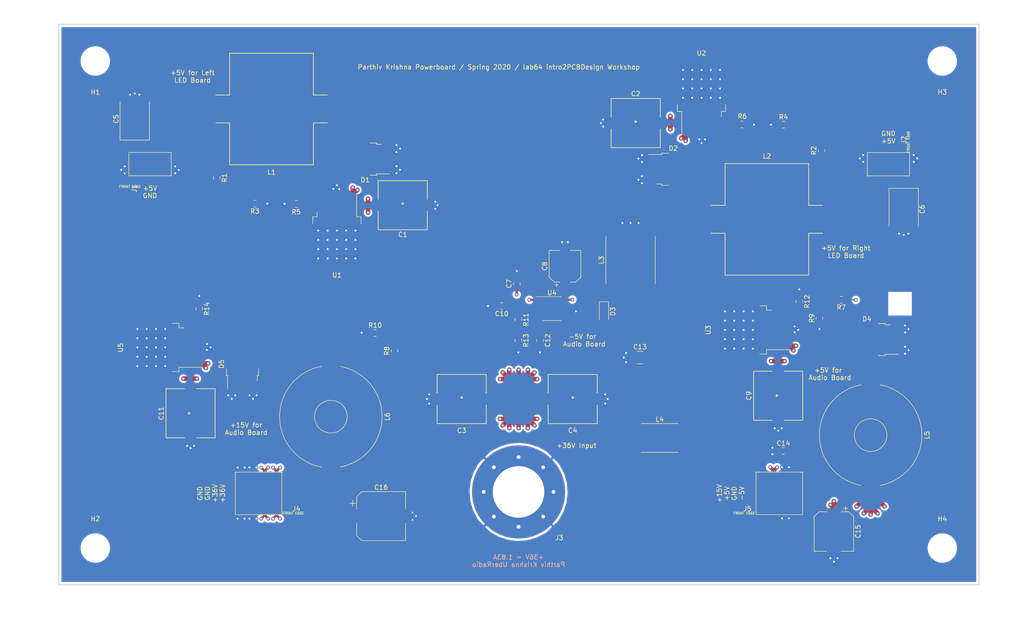
<source format=kicad_pcb>
(kicad_pcb (version 20171130) (host pcbnew "(5.1.5)-3")
  (layers (0 F.Cu signal) (1 In1.Cu power) (2 In2.Cu signal) (31 B.Cu power) (34 B.Paste user) (35 F.Paste user) (36 B.SilkS user) (37 F.SilkS user) (38 B.Mask user) (39 F.Mask user) (44 Edge.Cuts user))
  (net 0 "")
  (net 1 GNDS)
  (net 2 +36V)
  (net 3 +5VL)
  (net 4 +5VR)
  (net 5 +5VA)
  (net 6 "Net-(C10-Pad1)")
  (net 7 "Net-(C12-Pad1)")
  (net 8 "Net-(C13-Pad2)")
  (net 9 -5VA)
  (net 10 +15V)
  (net 11 "Net-(D1-Pad1)")
  (net 12 "Net-(D2-Pad1)")
  (net 13 "Net-(D3-Pad1)")
  (net 14 "Net-(D4-Pad1)")
  (net 15 "Net-(D5-Pad1)")
  (net 16 "Net-(R1-Pad2)")
  (net 17 "Net-(R2-Pad2)")
  (net 18 "Net-(R5-Pad2)")
  (net 19 "Net-(R6-Pad2)")
  (net 20 "Net-(R7-Pad2)")
  (net 21 "Net-(R10-Pad2)")
  (net 22 "Net-(R11-Pad2)")
  (net 23 "Net-(R12-Pad2)")
  (net 24 "Net-(R14-Pad2)")
  (module Powerboard:PCR1J101MCL1GS (layer F.Cu) (at 204.93736 113.79326 270)
    (fp_text reference C9 (at 0.00508 6.3119 90) (layer F.SilkS))
    (fp_text value 100µF hide)
    (fp_text user * (at 0 0 90) (layer F.SilkS))
    (pad 1 smd rect (at -4.2545 0 270) (size 3.7084 1.905) (layers F.Cu F.Paste F.Mask) (net 2 +36V))
    (pad 2 smd rect (at 4.2545 0 270) (size 3.7084 1.905) (layers F.Cu F.Paste F.Mask) (net 1 GNDS))
  )
  (module Package_TO_SOT_SMD:TO-263-5_TabPin3 (layer F.Cu) (at 199.48854 99.63326 180)
    (fp_text reference U3 (at 9.60882 -0.03048 270) (layer F.SilkS))
    (fp_text value LM2576S-ADJ)
    (pad 3 smd rect (at 3.375 0 180) (size 9.4 10.8) (layers F.Cu F.Mask) (net 1 GNDS))
    (pad 5 smd rect (at -5.775 3.4 180) (size 4.6 1.1) (layers F.Cu F.Paste F.Mask) (net 23 "Net-(R12-Pad2)"))
    (pad 4 smd rect (at -5.775 1.7 180) (size 4.6 1.1) (layers F.Cu F.Paste F.Mask) (net 20 "Net-(R7-Pad2)"))
    (pad 3 smd rect (at -5.775 0 180) (size 4.6 1.1) (layers F.Cu F.Paste F.Mask) (net 1 GNDS))
    (pad 2 smd rect (at -5.775 -1.7 180) (size 4.6 1.1) (layers F.Cu F.Paste F.Mask) (net 14 "Net-(D4-Pad1)"))
    (pad 1 smd rect (at -5.775 -3.4 180) (size 4.6 1.1) (layers F.Cu F.Paste F.Mask) (net 2 +36V))
  )
  (module Powerboard:TO-252AA_TabPin4 (layer F.Cu) (at 225.49586 101.6983 180)
    (fp_text reference D4 (at 1.46786 4.4163 180) (layer F.SilkS))
    (fp_text value VS-MURD620CT-M3)
    (pad 2 smd rect (at -4.55 -2.28 180) (size 2.3 1.5) (layers F.Cu F.Paste F.Mask) (net 1 GNDS))
    (pad 3 smd rect (at -4.2 0 180) (size 2.2 1.2) (layers F.Cu F.Paste F.Mask))
    (pad 2 smd rect (at -4.55 2.28 180) (size 2.3 1.5) (layers F.Cu F.Paste F.Mask) (net 1 GNDS))
    (pad 1 smd rect (at 2.585 0 180) (size 6.8 6.3) (layers F.Cu F.Mask) (net 14 "Net-(D4-Pad1)"))
  )
  (module Powerboard:TO-252AA_TabPin4 (layer F.Cu) (at 89.69704 106.97184 90)
    (fp_text reference D5 (at 0 -4.5 270) (layer F.SilkS))
    (fp_text value VS-MURD620CT-M3)
    (pad 1 smd rect (at 2.585 0 90) (size 6.8 6.3) (layers F.Cu F.Mask) (net 15 "Net-(D5-Pad1)"))
    (pad 2 smd rect (at -4.55 2.28 90) (size 2.3 1.5) (layers F.Cu F.Paste F.Mask) (net 1 GNDS))
    (pad 3 smd rect (at -4.2 0 90) (size 2.2 1.2) (layers F.Cu F.Paste F.Mask))
    (pad 2 smd rect (at -4.55 -2.28 90) (size 2.3 1.5) (layers F.Cu F.Paste F.Mask) (net 1 GNDS))
  )
  (module Powerboard:PCR1J101MCL1GS (layer F.Cu) (at 78.53374 117.57202 270)
    (fp_text reference C11 (at 0.00508 6.3119 90) (layer F.SilkS))
    (fp_text value 100µF hide)
    (fp_text user * (at 0 0 90) (layer F.SilkS))
    (pad 1 smd rect (at -4.2545 0 270) (size 3.7084 1.905) (layers F.Cu F.Paste F.Mask) (net 2 +36V))
    (pad 2 smd rect (at 4.2545 0 270) (size 3.7084 1.905) (layers F.Cu F.Paste F.Mask) (net 1 GNDS))
  )
  (module Package_TO_SOT_SMD:TO-263-5_TabPin3 (layer F.Cu) (at 73.08544 103.41152 180)
    (fp_text reference U5 (at 9.60882 -0.03048 270) (layer F.SilkS))
    (fp_text value LM2576S-ADJ)
    (pad 1 smd rect (at -5.775 -3.4 180) (size 4.6 1.1) (layers F.Cu F.Paste F.Mask) (net 2 +36V))
    (pad 2 smd rect (at -5.775 -1.7 180) (size 4.6 1.1) (layers F.Cu F.Paste F.Mask) (net 15 "Net-(D5-Pad1)"))
    (pad 3 smd rect (at -5.775 0 180) (size 4.6 1.1) (layers F.Cu F.Paste F.Mask) (net 1 GNDS))
    (pad 4 smd rect (at -5.775 1.7 180) (size 4.6 1.1) (layers F.Cu F.Paste F.Mask) (net 21 "Net-(R10-Pad2)"))
    (pad 5 smd rect (at -5.775 3.4 180) (size 4.6 1.1) (layers F.Cu F.Paste F.Mask) (net 24 "Net-(R14-Pad2)"))
    (pad 3 smd rect (at 3.375 0 180) (size 9.4 10.8) (layers F.Cu F.Mask) (net 1 GNDS))
  )
  (module Powerboard:AVX-Wire-To-Board-1x2 (layer F.Cu) (at 232.19514 65.20752 90)
    (fp_text reference J2 (at 6.5 -0.2 90) (layer F.SilkS))
    (fp_text value Screw_Terminal_01x02)
    (fp_text user "FRONT EDGE" (at 6.1 0.75 90) (layer F.SilkS) (effects (font (size 0.5 0.5) (thickness 0.1))))
    (pad "" smd rect (at 2.5 -3.55 90) (size 1.2 5.3) (layers F.Cu F.Paste) (net 1 GNDS))
    (pad "" smd rect (at 0 -3.55 90) (size 1.2 5.3) (layers F.Cu F.Paste) (net 4 +5VR))
    (pad 2 smd rect (at 2.5 -7.1 90) (size 1.2 1.8) (layers F.Cu F.Paste F.Mask) (net 1 GNDS))
    (pad 1 smd rect (at 0 -7.1 90) (size 1.2 1.8) (layers F.Cu F.Paste F.Mask) (net 4 +5VR))
    (pad 1 smd rect (at 0 0 90) (size 1.5 1.8) (layers F.Cu F.Paste F.Mask) (net 4 +5VR))
    (pad 2 smd rect (at 2.5 0 90) (size 1.5 1.8) (layers F.Cu F.Paste F.Mask) (net 1 GNDS))
  )
  (module Resistor_SMD:R_0805_2012Metric_Pad1.15x1.40mm_HandSolder (layer F.Cu) (at 214.26424 61.00572 90)
    (fp_text reference R2 (at 0 -1.65 90) (layer F.SilkS))
    (fp_text value 3.09kΩ)
    (pad 1 smd roundrect (at -1.025 0 90) (size 1.15 1.4) (layers F.Cu F.Paste F.Mask) (roundrect_rratio 0.217391) (net 4 +5VR))
    (pad 2 smd roundrect (at 1.025 0 90) (size 1.15 1.4) (layers F.Cu F.Paste F.Mask) (roundrect_rratio 0.217391) (net 17 "Net-(R2-Pad2)"))
  )
  (module Powerboard:PCR1J101MCL1GS (layer F.Cu) (at 174.28464 55.10022 180)
    (fp_text reference C2 (at 0.00508 6.3119) (layer F.SilkS))
    (fp_text value 100µF hide)
    (fp_text user * (at 0 0) (layer F.SilkS))
    (pad 1 smd rect (at -4.2545 0 180) (size 3.7084 1.905) (layers F.Cu F.Paste F.Mask) (net 2 +36V))
    (pad 2 smd rect (at 4.2545 0 180) (size 3.7084 1.905) (layers F.Cu F.Paste F.Mask) (net 1 GNDS))
  )
  (module Capacitor_Tantalum_SMD:CP_EIA-7361-438_AVX-U_Pad2.18x3.30mm_HandSolder (layer F.Cu) (at 231.93014 73.65492 270)
    (fp_text reference C6 (at 0 -4 90) (layer F.SilkS))
    (fp_text value 1000µF)
    (pad 1 smd roundrect (at -3.1875 0 270) (size 2.175 3.3) (layers F.Cu F.Paste F.Mask) (roundrect_rratio 0.114943) (net 4 +5VR))
    (pad 2 smd roundrect (at 3.1875 0 270) (size 2.175 3.3) (layers F.Cu F.Paste F.Mask) (roundrect_rratio 0.114943) (net 1 GNDS))
  )
  (module Powerboard:Eaton_CTX100-2-52-R (layer F.Cu) (at 202.50404 75.81392)
    (fp_text reference L2 (at 0 -13.589 180) (layer F.SilkS))
    (fp_text value 100µH)
    (pad 1 smd rect (at -14 0) (size 11 2.5) (layers F.Cu F.Paste F.Mask) (net 12 "Net-(D2-Pad1)"))
    (pad 2 smd rect (at 14 0) (size 11 2.5) (layers F.Cu F.Paste F.Mask) (net 4 +5VR))
  )
  (module Powerboard:TO-252AA_TabPin4 (layer F.Cu) (at 182.36184 65.03162)
    (fp_text reference D2 (at 0 -4.5 180) (layer F.SilkS))
    (fp_text value VS-MURD620CT-M3)
    (pad 1 smd rect (at 2.585 0) (size 6.8 6.3) (layers F.Cu F.Mask) (net 12 "Net-(D2-Pad1)"))
    (pad 2 smd rect (at -4.55 2.28) (size 2.3 1.5) (layers F.Cu F.Paste F.Mask) (net 1 GNDS))
    (pad 3 smd rect (at -4.2 0) (size 2.2 1.2) (layers F.Cu F.Paste F.Mask))
    (pad 2 smd rect (at -4.55 -2.28) (size 2.3 1.5) (layers F.Cu F.Paste F.Mask) (net 1 GNDS))
  )
  (module Package_TO_SOT_SMD:TO-263-5_TabPin3 (layer F.Cu) (at 188.44514 49.65192 90)
    (fp_text reference U2 (at 9.60882 -0.03048 180) (layer F.SilkS))
    (fp_text value LM2576S-ADJ)
    (pad 1 smd rect (at -5.775 -3.4 90) (size 4.6 1.1) (layers F.Cu F.Paste F.Mask) (net 2 +36V))
    (pad 2 smd rect (at -5.775 -1.7 90) (size 4.6 1.1) (layers F.Cu F.Paste F.Mask) (net 12 "Net-(D2-Pad1)"))
    (pad 3 smd rect (at -5.775 0 90) (size 4.6 1.1) (layers F.Cu F.Paste F.Mask) (net 1 GNDS))
    (pad 4 smd rect (at -5.775 1.7 90) (size 4.6 1.1) (layers F.Cu F.Paste F.Mask) (net 17 "Net-(R2-Pad2)"))
    (pad 5 smd rect (at -5.775 3.4 90) (size 4.6 1.1) (layers F.Cu F.Paste F.Mask) (net 19 "Net-(R6-Pad2)"))
    (pad 3 smd rect (at 3.375 0 90) (size 9.4 10.8) (layers F.Cu F.Mask) (net 1 GNDS))
  )
  (module Resistor_SMD:R_0805_2012Metric_Pad1.15x1.40mm_HandSolder (layer F.Cu) (at 197.13194 55.39232 180)
    (fp_text reference R6 (at -0.06604 1.75006) (layer F.SilkS))
    (fp_text value 20kΩ)
    (pad 1 smd roundrect (at -1.025 0 180) (size 1.15 1.4) (layers F.Cu F.Paste F.Mask) (roundrect_rratio 0.217391) (net 1 GNDS))
    (pad 2 smd roundrect (at 1.025 0 180) (size 1.15 1.4) (layers F.Cu F.Paste F.Mask) (roundrect_rratio 0.217391) (net 19 "Net-(R6-Pad2)"))
  )
  (module Resistor_SMD:R_0805_2012Metric_Pad1.15x1.40mm_HandSolder (layer F.Cu) (at 206.07274 55.44312)
    (fp_text reference R4 (at 0 -1.65) (layer F.SilkS))
    (fp_text value 1.0kΩ)
    (pad 1 smd roundrect (at -1.025 0) (size 1.15 1.4) (layers F.Cu F.Paste F.Mask) (roundrect_rratio 0.217391) (net 1 GNDS))
    (pad 2 smd roundrect (at 1.025 0) (size 1.15 1.4) (layers F.Cu F.Paste F.Mask) (roundrect_rratio 0.217391) (net 17 "Net-(R2-Pad2)"))
  )
  (module Resistor_SMD:R_0805_2012Metric_Pad1.15x1.40mm_HandSolder (layer F.Cu) (at 92.3798 72.4408 180)
    (fp_text reference R3 (at 0 -1.65) (layer F.SilkS))
    (fp_text value 1.0kΩ)
    (pad 2 smd roundrect (at 1.025 0 180) (size 1.15 1.4) (layers F.Cu F.Paste F.Mask) (roundrect_rratio 0.217391) (net 16 "Net-(R1-Pad2)"))
    (pad 1 smd roundrect (at -1.025 0 180) (size 1.15 1.4) (layers F.Cu F.Paste F.Mask) (roundrect_rratio 0.217391) (net 1 GNDS))
  )
  (module Powerboard:AVX-Wire-To-Board-1x2 (layer F.Cu) (at 66.2574 62.6764 270)
    (fp_text reference J1 (at 6.5 -0.2 90) (layer F.SilkS))
    (fp_text value Screw_Terminal_01x02)
    (fp_text user "FRONT EDGE" (at 6.1 0.75) (layer F.SilkS) (effects (font (size 0.5 0.5) (thickness 0.1))))
    (pad "" smd rect (at 2.5 -3.55 270) (size 1.2 5.3) (layers F.Cu F.Paste) (net 1 GNDS))
    (pad "" smd rect (at 0 -3.55 270) (size 1.2 5.3) (layers F.Cu F.Paste) (net 3 +5VL))
    (pad 2 smd rect (at 2.5 -7.1 270) (size 1.2 1.8) (layers F.Cu F.Paste F.Mask) (net 1 GNDS))
    (pad 1 smd rect (at 0 -7.1 270) (size 1.2 1.8) (layers F.Cu F.Paste F.Mask) (net 3 +5VL))
    (pad 1 smd rect (at 0 0 270) (size 1.5 1.8) (layers F.Cu F.Paste F.Mask) (net 3 +5VL))
    (pad 2 smd rect (at 2.5 0 270) (size 1.5 1.8) (layers F.Cu F.Paste F.Mask) (net 1 GNDS))
  )
  (module Powerboard:AVX-Wire-To-Board-1x4 (layer F.Cu) (at 89.4098 138.3444)
    (fp_text reference J4 (at 11.9 -0.2) (layer F.SilkS))
    (fp_text value Screw_Terminal_01x04)
    (fp_text user "FRONT EDGE" (at 11.2 0.75) (layer F.SilkS) (effects (font (size 0.5 0.5) (thickness 0.1))))
    (pad "" smd rect (at 7.5 -3.55) (size 1.2 5.3) (layers F.Cu F.Paste) (net 2 +36V))
    (pad "" smd rect (at 5 -3.55) (size 1.2 5.3) (layers F.Cu F.Paste) (net 2 +36V))
    (pad "" smd rect (at 2.5 -3.55) (size 1.2 5.3) (layers F.Cu F.Paste) (net 1 GNDS))
    (pad "" smd rect (at 0 -3.55) (size 1.2 5.3) (layers F.Cu F.Paste) (net 1 GNDS))
    (pad 4 smd rect (at 7.5 -7.1) (size 1.2 1.8) (layers F.Cu F.Paste F.Mask) (net 2 +36V))
    (pad 3 smd rect (at 5 -7.1) (size 1.2 1.8) (layers F.Cu F.Paste F.Mask) (net 2 +36V))
    (pad 2 smd rect (at 2.5 -7.1) (size 1.2 1.8) (layers F.Cu F.Paste F.Mask) (net 1 GNDS))
    (pad 1 smd rect (at 0 -7.1) (size 1.2 1.8) (layers F.Cu F.Paste F.Mask) (net 1 GNDS))
    (pad 4 smd rect (at 7.5 0) (size 1.5 1.8) (layers F.Cu F.Paste F.Mask) (net 2 +36V))
    (pad 3 smd rect (at 5 0) (size 1.5 1.8) (layers F.Cu F.Paste F.Mask) (net 2 +36V))
    (pad 2 smd rect (at 2.5 0) (size 1.5 1.8) (layers F.Cu F.Paste F.Mask) (net 1 GNDS))
    (pad 1 smd rect (at 0 0) (size 1.5 1.8) (layers F.Cu F.Paste F.Mask) (net 1 GNDS))
  )
  (module Powerboard:AVX-Wire-To-Board-1x4 (layer F.Cu) (at 201.4202 138.3444)
    (fp_text reference J5 (at -3.1 -0.2) (layer F.SilkS))
    (fp_text value Screw_Terminal_01x04)
    (fp_text user "FRONT EDGE" (at -3.8 0.75) (layer F.SilkS) (effects (font (size 0.5 0.5) (thickness 0.1))))
    (pad 1 smd rect (at 0 0) (size 1.5 1.8) (layers F.Cu F.Paste F.Mask) (net 10 +15V))
    (pad 2 smd rect (at 2.5 0) (size 1.5 1.8) (layers F.Cu F.Paste F.Mask) (net 5 +5VA))
    (pad 3 smd rect (at 5 0) (size 1.5 1.8) (layers F.Cu F.Paste F.Mask) (net 1 GNDS))
    (pad 4 smd rect (at 7.5 0) (size 1.5 1.8) (layers F.Cu F.Paste F.Mask) (net 9 -5VA))
    (pad 1 smd rect (at 0 -7.1) (size 1.2 1.8) (layers F.Cu F.Paste F.Mask) (net 10 +15V))
    (pad 2 smd rect (at 2.5 -7.1) (size 1.2 1.8) (layers F.Cu F.Paste F.Mask) (net 5 +5VA))
    (pad 3 smd rect (at 5 -7.1) (size 1.2 1.8) (layers F.Cu F.Paste F.Mask) (net 1 GNDS))
    (pad 4 smd rect (at 7.5 -7.1) (size 1.2 1.8) (layers F.Cu F.Paste F.Mask) (net 9 -5VA))
    (pad "" smd rect (at 0 -3.55) (size 1.2 5.3) (layers F.Cu F.Paste) (net 10 +15V))
    (pad "" smd rect (at 2.5 -3.55) (size 1.2 5.3) (layers F.Cu F.Paste) (net 5 +5VA))
    (pad "" smd rect (at 5 -3.55) (size 1.2 5.3) (layers F.Cu F.Paste) (net 1 GNDS))
    (pad "" smd rect (at 7.5 -3.55) (size 1.2 5.3) (layers F.Cu F.Paste) (net 9 -5VA))
  )
  (module Package_SO:SOP-8_3.9x4.9mm_P1.27mm (layer F.Cu) (at 156.26452 95.048)
    (fp_text reference U4 (at 0 -3.4) (layer F.SilkS))
    (fp_text value MAX735CSA)
    (pad 8 smd roundrect (at 2.625 -1.905) (size 1.65 0.6) (layers F.Cu F.Paste F.Mask) (net 5 +5VA))
    (pad 7 smd roundrect (at 2.625 -0.635) (size 1.65 0.6) (layers F.Cu F.Paste F.Mask) (net 13 "Net-(D3-Pad1)"))
    (pad 6 smd roundrect (at 2.625 0.635) (size 1.65 0.6) (layers F.Cu F.Paste F.Mask) (net 1 GNDS))
    (pad 5 smd roundrect (at 2.625 1.905) (size 1.65 0.6) (layers F.Cu F.Paste F.Mask) (net 8 "Net-(C13-Pad2)"))
    (pad 4 smd roundrect (at -2.625 1.905) (size 1.65 0.6) (layers F.Cu F.Paste F.Mask) (net 7 "Net-(C12-Pad1)"))
    (pad 3 smd roundrect (at -2.625 0.635) (size 1.65 0.6) (layers F.Cu F.Paste F.Mask) (net 22 "Net-(R11-Pad2)"))
    (pad 2 smd roundrect (at -2.625 -0.635) (size 1.65 0.6) (layers F.Cu F.Paste F.Mask) (net 6 "Net-(C10-Pad1)"))
    (pad 1 smd roundrect (at -2.625 -1.905) (size 1.65 0.6) (layers F.Cu F.Paste F.Mask) (net 5 +5VA))
  )
  (module Package_TO_SOT_SMD:TO-263-5_TabPin3 (layer F.Cu) (at 110.0074 78.232 270)
    (fp_text reference U1 (at 9.60882 -0.03048 180) (layer F.SilkS))
    (fp_text value LM2576S-ADJ)
    (pad 3 smd rect (at 3.375 0 270) (size 9.4 10.8) (layers F.Cu F.Mask) (net 1 GNDS))
    (pad 5 smd rect (at -5.775 3.4 270) (size 4.6 1.1) (layers F.Cu F.Paste F.Mask) (net 18 "Net-(R5-Pad2)"))
    (pad 4 smd rect (at -5.775 1.7 270) (size 4.6 1.1) (layers F.Cu F.Paste F.Mask) (net 16 "Net-(R1-Pad2)"))
    (pad 3 smd rect (at -5.775 0 270) (size 4.6 1.1) (layers F.Cu F.Paste F.Mask) (net 1 GNDS))
    (pad 2 smd rect (at -5.775 -1.7 270) (size 4.6 1.1) (layers F.Cu F.Paste F.Mask) (net 11 "Net-(D1-Pad1)"))
    (pad 1 smd rect (at -5.775 -3.4 270) (size 4.6 1.1) (layers F.Cu F.Paste F.Mask) (net 2 +36V))
  )
  (module Resistor_SMD:R_0805_2012Metric_Pad1.15x1.40mm_HandSolder (layer F.Cu) (at 80.37016 95.0727 270)
    (fp_text reference R14 (at 0 -1.65 90) (layer F.SilkS))
    (fp_text value 20kΩ)
    (pad 2 smd roundrect (at 1.025 0 270) (size 1.15 1.4) (layers F.Cu F.Paste F.Mask) (roundrect_rratio 0.217391) (net 24 "Net-(R14-Pad2)"))
    (pad 1 smd roundrect (at -1.025 0 270) (size 1.15 1.4) (layers F.Cu F.Paste F.Mask) (roundrect_rratio 0.217391) (net 1 GNDS))
  )
  (module Resistor_SMD:R_0805_2012Metric_Pad1.15x1.40mm_HandSolder (layer F.Cu) (at 149.04212 101.89326 270)
    (fp_text reference R13 (at 0 -1.65 90) (layer F.SilkS))
    (fp_text value 300kΩ)
    (pad 2 smd roundrect (at 1.025 0 270) (size 1.15 1.4) (layers F.Cu F.Paste F.Mask) (roundrect_rratio 0.217391) (net 1 GNDS))
    (pad 1 smd roundrect (at -1.025 0 270) (size 1.15 1.4) (layers F.Cu F.Paste F.Mask) (roundrect_rratio 0.217391) (net 22 "Net-(R11-Pad2)"))
  )
  (module Resistor_SMD:R_0805_2012Metric_Pad1.15x1.40mm_HandSolder (layer F.Cu) (at 209.49158 93.53042 270)
    (fp_text reference R12 (at 0 -1.65 90) (layer F.SilkS))
    (fp_text value 20kΩ)
    (pad 2 smd roundrect (at 1.025 0 270) (size 1.15 1.4) (layers F.Cu F.Paste F.Mask) (roundrect_rratio 0.217391) (net 23 "Net-(R12-Pad2)"))
    (pad 1 smd roundrect (at -1.025 0 270) (size 1.15 1.4) (layers F.Cu F.Paste F.Mask) (roundrect_rratio 0.217391) (net 1 GNDS))
  )
  (module Resistor_SMD:R_0805_2012Metric_Pad1.15x1.40mm_HandSolder (layer F.Cu) (at 149.04212 97.41916 270)
    (fp_text reference R11 (at 0 -1.65 90) (layer F.SilkS))
    (fp_text value 130kΩ)
    (pad 2 smd roundrect (at 1.025 0 270) (size 1.15 1.4) (layers F.Cu F.Paste F.Mask) (roundrect_rratio 0.217391) (net 22 "Net-(R11-Pad2)"))
    (pad 1 smd roundrect (at -1.025 0 270) (size 1.15 1.4) (layers F.Cu F.Paste F.Mask) (roundrect_rratio 0.217391) (net 6 "Net-(C10-Pad1)"))
  )
  (module Resistor_SMD:R_0805_2012Metric_Pad1.15x1.40mm_HandSolder (layer F.Cu) (at 118.24258 100.28656)
    (fp_text reference R10 (at 0 -1.65) (layer F.SilkS))
    (fp_text value 1.02kΩ)
    (pad 1 smd roundrect (at -1.025 0) (size 1.15 1.4) (layers F.Cu F.Paste F.Mask) (roundrect_rratio 0.217391) (net 1 GNDS))
    (pad 2 smd roundrect (at 1.025 0) (size 1.15 1.4) (layers F.Cu F.Paste F.Mask) (roundrect_rratio 0.217391) (net 21 "Net-(R10-Pad2)"))
  )
  (module Resistor_SMD:R_0805_2012Metric_Pad1.15x1.40mm_HandSolder (layer F.Cu) (at 213.80958 97.09658 90)
    (fp_text reference R9 (at 0 -1.65 90) (layer F.SilkS))
    (fp_text value 1.0kΩ)
    (pad 2 smd roundrect (at 1.025 0 90) (size 1.15 1.4) (layers F.Cu F.Paste F.Mask) (roundrect_rratio 0.217391) (net 20 "Net-(R7-Pad2)"))
    (pad 1 smd roundrect (at -1.025 0 90) (size 1.15 1.4) (layers F.Cu F.Paste F.Mask) (roundrect_rratio 0.217391) (net 1 GNDS))
  )
  (module Resistor_SMD:R_0805_2012Metric_Pad1.15x1.40mm_HandSolder (layer F.Cu) (at 122.40818 104.14228 90)
    (fp_text reference R8 (at 0 -1.65 90) (layer F.SilkS))
    (fp_text value 11.50kΩ)
    (pad 2 smd roundrect (at 1.025 0 90) (size 1.15 1.4) (layers F.Cu F.Paste F.Mask) (roundrect_rratio 0.217391) (net 21 "Net-(R10-Pad2)"))
    (pad 1 smd roundrect (at -1.025 0 90) (size 1.15 1.4) (layers F.Cu F.Paste F.Mask) (roundrect_rratio 0.217391) (net 10 +15V))
  )
  (module Resistor_SMD:R_0805_2012Metric_Pad1.15x1.40mm_HandSolder (layer F.Cu) (at 218.49196 93.13418 180)
    (fp_text reference R7 (at 0 -1.65) (layer F.SilkS))
    (fp_text value 3.09kΩ)
    (pad 2 smd roundrect (at 1.025 0 180) (size 1.15 1.4) (layers F.Cu F.Paste F.Mask) (roundrect_rratio 0.217391) (net 20 "Net-(R7-Pad2)"))
    (pad 1 smd roundrect (at -1.025 0 180) (size 1.15 1.4) (layers F.Cu F.Paste F.Mask) (roundrect_rratio 0.217391) (net 5 +5VA))
  )
  (module Resistor_SMD:R_0805_2012Metric_Pad1.15x1.40mm_HandSolder (layer F.Cu) (at 101.3206 72.4916)
    (fp_text reference R5 (at -0.06604 1.75006) (layer F.SilkS))
    (fp_text value 20kΩ)
    (pad 2 smd roundrect (at 1.025 0) (size 1.15 1.4) (layers F.Cu F.Paste F.Mask) (roundrect_rratio 0.217391) (net 18 "Net-(R5-Pad2)"))
    (pad 1 smd roundrect (at -1.025 0) (size 1.15 1.4) (layers F.Cu F.Paste F.Mask) (roundrect_rratio 0.217391) (net 1 GNDS))
  )
  (module Resistor_SMD:R_0805_2012Metric_Pad1.15x1.40mm_HandSolder (layer F.Cu) (at 84.1883 66.8782 270)
    (fp_text reference R1 (at 0 -1.65 90) (layer F.SilkS))
    (fp_text value 3.09kΩ)
    (pad 2 smd roundrect (at 1.025 0 270) (size 1.15 1.4) (layers F.Cu F.Paste F.Mask) (roundrect_rratio 0.217391) (net 16 "Net-(R1-Pad2)"))
    (pad 1 smd roundrect (at -1.025 0 270) (size 1.15 1.4) (layers F.Cu F.Paste F.Mask) (roundrect_rratio 0.217391) (net 3 +5VL))
  )
  (module Powerboard:L_Toroid_Horizontal_D21.8mm_P19.60mm_Bourns_2100 (layer F.Cu) (at 108.70894 118.30124 270)
    (fp_text reference L6 (at 0 -12.15 90) (layer F.SilkS))
    (fp_text value 470µH)
    (pad 2 smd rect (at 12.8 0 270) (size 6 3.6) (layers F.Cu F.Paste F.Mask) (net 10 +15V))
    (pad 1 smd rect (at -12.8 0 270) (size 6 3.6) (layers F.Cu F.Paste F.Mask) (net 15 "Net-(D5-Pad1)"))
  )
  (module Powerboard:L_Toroid_Horizontal_D21.8mm_P19.60mm_Bourns_2100 (layer F.Cu) (at 224.8154 122.2733 270)
    (fp_text reference L5 (at 0 -12.15 90) (layer F.SilkS))
    (fp_text value 330µH)
    (pad 2 smd rect (at 12.8 0 270) (size 6 3.6) (layers F.Cu F.Paste F.Mask) (net 5 +5VA))
    (pad 1 smd rect (at -12.8 0 270) (size 6 3.6) (layers F.Cu F.Paste F.Mask) (net 14 "Net-(D4-Pad1)"))
  )
  (module Powerboard:L_Taiyo-Yuden_NR-60xx_HandSoldering (layer F.Cu) (at 179.44846 122.88012)
    (fp_text reference L4 (at 0 -4 180) (layer F.SilkS))
    (fp_text value 22μH)
    (pad 2 smd rect (at 2.775 0) (size 2.45 5.9) (layers F.Cu F.Paste F.Mask) (net 9 -5VA))
    (pad 1 smd rect (at -2.775 0) (size 2.45 5.9) (layers F.Cu F.Paste F.Mask) (net 8 "Net-(C13-Pad2)"))
  )
  (module Powerboard:L_Taiyo-Yuden_NR-10050_9.8x10.0mm_HandSoldering (layer F.Cu) (at 173.17212 84.60994 90)
    (fp_text reference L3 (at 0 -6.25 90) (layer F.SilkS))
    (fp_text value 10μH)
    (pad 2 smd rect (at 4.7 0 90) (size 4 4.5) (layers F.Cu F.Paste F.Mask) (net 1 GNDS))
    (pad 1 smd rect (at -4.7 0 90) (size 4 4.5) (layers F.Cu F.Paste F.Mask) (net 13 "Net-(D3-Pad1)"))
  )
  (module Powerboard:Eaton_CTX100-2-52-R (layer F.Cu) (at 95.9485 52.07 180)
    (fp_text reference L1 (at 0 -13.589 180) (layer F.SilkS))
    (fp_text value 100µH)
    (pad 2 smd rect (at 14 0 180) (size 11 2.5) (layers F.Cu F.Paste F.Mask) (net 3 +5VL))
    (pad 1 smd rect (at -14 0 180) (size 11 2.5) (layers F.Cu F.Paste F.Mask) (net 11 "Net-(D1-Pad1)"))
  )
  (module Powerboard:BarrelJack_Power_2.1x5.5mm_11mmThruHole_PanelMount (layer F.Cu) (at 149.089599 134.502 90)
    (fp_text reference J3 (at -9.86144 8.758701 180) (layer F.SilkS))
    (fp_text value Jack-DC)
    (pad 1 thru_hole circle (at 0 0 90) (size 20 20) (drill 11.1) (layers *.Cu *.Mask) (net 1 GNDS))
    (pad 1 thru_hole circle (at 7.5 0 90) (size 1.1 1.1) (drill 0.8) (layers *.Cu *.Mask) (net 1 GNDS))
    (pad 1 thru_hole circle (at 5.3033 5.3033 90) (size 1.1 1.1) (drill 0.8) (layers *.Cu *.Mask) (net 1 GNDS))
    (pad 1 thru_hole circle (at 0 7.5 90) (size 1.1 1.1) (drill 0.8) (layers *.Cu *.Mask) (net 1 GNDS))
    (pad 1 thru_hole circle (at -5.3033 5.3033 90) (size 1.1 1.1) (drill 0.8) (layers *.Cu *.Mask) (net 1 GNDS))
    (pad 1 thru_hole circle (at -7.5 0 90) (size 1.1 1.1) (drill 0.8) (layers *.Cu *.Mask) (net 1 GNDS))
    (pad 1 thru_hole circle (at -5.3033 -5.3033 90) (size 1.1 1.1) (drill 0.8) (layers *.Cu *.Mask) (net 1 GNDS))
    (pad 1 thru_hole circle (at 0 -7.5 90) (size 1.1 1.1) (drill 0.8) (layers *.Cu *.Mask) (net 1 GNDS))
    (pad 1 thru_hole circle (at 5.3033 -5.3033 90) (size 1.1 1.1) (drill 0.8) (layers *.Cu *.Mask) (net 1 GNDS))
    (pad 2 smd rect (at 20 0) (size 5 10) (layers F.Cu F.Paste F.Mask) (net 2 +36V))
  )
  (module MountingHole:MountingHole_5.3mm_M5 (layer F.Cu) (at 240.2396 146.582801)
    (fp_text reference H4 (at 0 -6.3) (layer F.SilkS))
    (fp_text value MountingHole)
    (pad 1 np_thru_hole circle (at 0 0) (size 5.3 5.3) (drill 5.3) (layers *.Cu *.Mask))
  )
  (module MountingHole:MountingHole_5.3mm_M5 (layer F.Cu) (at 240.2396 41.732799)
    (fp_text reference H3 (at 0 6.7) (layer F.SilkS))
    (fp_text value MountingHole)
    (pad 1 np_thru_hole circle (at 0 0) (size 5.3 5.3) (drill 5.3) (layers *.Cu *.Mask))
  )
  (module MountingHole:MountingHole_5.3mm_M5 (layer F.Cu) (at 58.039598 146.582801)
    (fp_text reference H2 (at 0 -6.3) (layer F.SilkS))
    (fp_text value MountingHole)
    (pad 1 np_thru_hole circle (at 0 0) (size 5.3 5.3) (drill 5.3) (layers *.Cu *.Mask))
  )
  (module MountingHole:MountingHole_5.3mm_M5 (layer F.Cu) (at 58.039598 41.732799)
    (fp_text reference H1 (at 0 6.7) (layer F.SilkS))
    (fp_text value MountingHole)
    (pad 1 np_thru_hole circle (at 0 0) (size 5.3 5.3) (drill 5.3) (layers *.Cu *.Mask))
  )
  (module Diode_SMD:D_SOD-123F (layer F.Cu) (at 167.45712 95.76882 270)
    (fp_text reference D3 (at -0.127 -1.905 90) (layer F.SilkS))
    (fp_text value PMEG2010AEH)
    (pad 2 smd rect (at 1.4 0 270) (size 1.1 1.1) (layers F.Cu F.Paste F.Mask) (net 8 "Net-(C13-Pad2)"))
    (pad 1 smd rect (at -1.4 0 270) (size 1.1 1.1) (layers F.Cu F.Paste F.Mask) (net 13 "Net-(D3-Pad1)"))
  )
  (module Powerboard:TO-252AA_TabPin4 (layer F.Cu) (at 116.0907 62.8523 180)
    (fp_text reference D1 (at 0 -4.5 180) (layer F.SilkS))
    (fp_text value VS-MURD620CT-M3)
    (pad 2 smd rect (at -4.55 -2.28 180) (size 2.3 1.5) (layers F.Cu F.Paste F.Mask) (net 1 GNDS))
    (pad 3 smd rect (at -4.2 0 180) (size 2.2 1.2) (layers F.Cu F.Paste F.Mask))
    (pad 2 smd rect (at -4.55 2.28 180) (size 2.3 1.5) (layers F.Cu F.Paste F.Mask) (net 1 GNDS))
    (pad 1 smd rect (at 2.585 0 180) (size 6.8 6.3) (layers F.Cu F.Mask) (net 11 "Net-(D1-Pad1)"))
  )
  (module Capacitor_SMD:CP_Elec_10x10 (layer F.Cu) (at 119.52426 139.71244)
    (fp_text reference C16 (at 0 -6.2) (layer F.SilkS))
    (fp_text value 68µF)
    (pad 2 smd roundrect (at 4 0) (size 4 2.5) (layers F.Cu F.Paste F.Mask) (roundrect_rratio 0.1) (net 1 GNDS))
    (pad 1 smd roundrect (at -4 0) (size 4 2.5) (layers F.Cu F.Paste F.Mask) (roundrect_rratio 0.1) (net 10 +15V))
  )
  (module Capacitor_SMD:CP_Elec_8x10 (layer F.Cu) (at 216.92362 143.01978 270)
    (fp_text reference C15 (at 0 -5.2 90) (layer F.SilkS))
    (fp_text value 330µF)
    (pad 1 smd roundrect (at -3.25 0 270) (size 3.5 2.5) (layers F.Cu F.Paste F.Mask) (roundrect_rratio 0.1) (net 5 +5VA))
    (pad 2 smd roundrect (at 3.25 0 270) (size 3.5 2.5) (layers F.Cu F.Paste F.Mask) (roundrect_rratio 0.1) (net 1 GNDS))
  )
  (module Capacitor_SMD:C_0805_2012Metric_Pad1.15x1.40mm_HandSolder (layer F.Cu) (at 206.0448 125.68898)
    (fp_text reference C14 (at 0 -1.65) (layer F.SilkS))
    (fp_text value 22μF@10V)
    (pad 2 smd roundrect (at 1.025 0) (size 1.15 1.4) (layers F.Cu F.Paste F.Mask) (roundrect_rratio 0.217391) (net 9 -5VA))
    (pad 1 smd roundrect (at -1.025 0) (size 1.15 1.4) (layers F.Cu F.Paste F.Mask) (roundrect_rratio 0.217391) (net 1 GNDS))
  )
  (module Capacitor_SMD:C_1210_3225Metric_Pad1.42x2.65mm_HandSolder (layer F.Cu) (at 175.21174 105.57256)
    (fp_text reference C13 (at 0 -2.28) (layer F.SilkS))
    (fp_text value 100μF@10V)
    (pad 2 smd roundrect (at 1.4875 0) (size 1.425 2.65) (layers F.Cu F.Paste F.Mask) (roundrect_rratio 0.175439) (net 8 "Net-(C13-Pad2)"))
    (pad 1 smd roundrect (at -1.4875 0) (size 1.425 2.65) (layers F.Cu F.Paste F.Mask) (roundrect_rratio 0.175439) (net 1 GNDS))
  )
  (module Capacitor_SMD:C_0805_2012Metric_Pad1.15x1.40mm_HandSolder (layer F.Cu) (at 153.71826 101.89326 270)
    (fp_text reference C12 (at 0 -1.65 90) (layer F.SilkS))
    (fp_text value 82pF)
    (pad 2 smd roundrect (at 1.025 0 270) (size 1.15 1.4) (layers F.Cu F.Paste F.Mask) (roundrect_rratio 0.217391) (net 1 GNDS))
    (pad 1 smd roundrect (at -1.025 0 270) (size 1.15 1.4) (layers F.Cu F.Paste F.Mask) (roundrect_rratio 0.217391) (net 7 "Net-(C12-Pad1)"))
  )
  (module Capacitor_SMD:C_0805_2012Metric_Pad1.15x1.40mm_HandSolder (layer F.Cu) (at 145.46326 94.5007 180)
    (fp_text reference C10 (at 0 -1.65) (layer F.SilkS))
    (fp_text value 10μF@16V)
    (pad 2 smd roundrect (at 1.025 0 180) (size 1.15 1.4) (layers F.Cu F.Paste F.Mask) (roundrect_rratio 0.217391) (net 1 GNDS))
    (pad 1 smd roundrect (at -1.025 0 180) (size 1.15 1.4) (layers F.Cu F.Paste F.Mask) (roundrect_rratio 0.217391) (net 6 "Net-(C10-Pad1)"))
  )
  (module Capacitor_SMD:CP_Elec_6.3x5.7 (layer F.Cu) (at 159.07766 85.91042 90)
    (fp_text reference C8 (at 0 -4.35 90) (layer F.SilkS))
    (fp_text value 47μF@10V)
    (pad 2 smd roundrect (at 2.7 0 90) (size 3.5 1.6) (layers F.Cu F.Paste F.Mask) (roundrect_rratio 0.15625) (net 1 GNDS))
    (pad 1 smd roundrect (at -2.7 0 90) (size 3.5 1.6) (layers F.Cu F.Paste F.Mask) (roundrect_rratio 0.15625) (net 5 +5VA))
  )
  (module Capacitor_SMD:C_0805_2012Metric_Pad1.15x1.40mm_HandSolder (layer F.Cu) (at 148.70684 89.68486 90)
    (fp_text reference C7 (at 0 -1.65 90) (layer F.SilkS))
    (fp_text value 1μF@10V)
    (pad 2 smd roundrect (at 1.025 0 90) (size 1.15 1.4) (layers F.Cu F.Paste F.Mask) (roundrect_rratio 0.217391) (net 1 GNDS))
    (pad 1 smd roundrect (at -1.025 0 90) (size 1.15 1.4) (layers F.Cu F.Paste F.Mask) (roundrect_rratio 0.217391) (net 5 +5VA))
  )
  (module Capacitor_Tantalum_SMD:CP_EIA-7361-438_AVX-U_Pad2.18x3.30mm_HandSolder (layer F.Cu) (at 66.5224 54.229 90)
    (fp_text reference C5 (at 0 -4 90) (layer F.SilkS))
    (fp_text value 1000µF)
    (pad 2 smd roundrect (at 3.1875 0 90) (size 2.175 3.3) (layers F.Cu F.Paste F.Mask) (roundrect_rratio 0.114943) (net 1 GNDS))
    (pad 1 smd roundrect (at -3.1875 0 90) (size 2.175 3.3) (layers F.Cu F.Paste F.Mask) (roundrect_rratio 0.114943) (net 3 +5VL))
  )
  (module Powerboard:PCR1J101MCL1GS (layer F.Cu) (at 160.7312 114.5032)
    (fp_text reference C4 (at 0 6.7818) (layer F.SilkS))
    (fp_text value 100μF hide)
    (fp_text user * (at 0 0) (layer F.SilkS))
    (pad 2 smd rect (at 4.2545 0) (size 3.7084 1.905) (layers F.Cu F.Paste F.Mask) (net 1 GNDS))
    (pad 1 smd rect (at -4.2545 0) (size 3.7084 1.905) (layers F.Cu F.Paste F.Mask) (net 2 +36V))
  )
  (module Powerboard:PCR1J101MCL1GS (layer F.Cu) (at 136.8552 114.5032 180)
    (fp_text reference C3 (at 0 -6.7818) (layer F.SilkS))
    (fp_text value 100μF hide)
    (fp_text user * (at 0 0) (layer F.SilkS))
    (pad 2 smd rect (at 4.2545 0 180) (size 3.7084 1.905) (layers F.Cu F.Paste F.Mask) (net 1 GNDS))
    (pad 1 smd rect (at -4.2545 0 180) (size 3.7084 1.905) (layers F.Cu F.Paste F.Mask) (net 2 +36V))
  )
  (module Powerboard:PCR1J101MCL1GS (layer F.Cu) (at 124.1679 72.7837)
    (fp_text reference C1 (at 0.00508 6.3119) (layer F.SilkS))
    (fp_text value 100µF hide)
    (fp_text user * (at 0 0) (layer F.SilkS))
    (pad 2 smd rect (at 4.2545 0) (size 3.7084 1.905) (layers F.Cu F.Paste F.Mask) (net 1 GNDS))
    (pad 1 smd rect (at -4.2545 0) (size 3.7084 1.905) (layers F.Cu F.Paste F.Mask) (net 2 +36V))
  )
  (gr_text "+36V ⎓ 1.83A\nParthiv Krishna UberRadio" (at 149.089599 149.34692) (layer B.SilkS) (effects (font (size 1 1)) (justify mirror)))
  (gr_text "Parthiv Krishna Powerboard / Spring 2020 / lab64 intro2PCBDesign Workshop" (at 144.82318 43.04538) (layer F.SilkS) (effects (font (size 1 1))))
  (gr_text "+5V for Left\nLED Board" (at 78.9485 45.07) (layer F.SilkS) (effects (font (size 1 1))))
  (gr_text "+15V for\nAudio Board" (at 90.49766 120.90908) (layer F.SilkS) (effects (font (size 1 1))))
  (gr_text "-5V for \nAudio Board" (at 163.21786 101.8667) (layer F.SilkS) (effects (font (size 1 1))))
  (gr_text "+5V for \nAudio Board" (at 216.06256 109.093) (layer F.SilkS) (effects (font (size 1 1))))
  (gr_text "+5V for Right\nLED Board" (at 219.50404 82.81392) (layer F.SilkS) (effects (font (size 1 1))))
  (gr_text "+36V Input" (at 161.54654 124.5235) (layer F.SilkS) (effects (font (size 1 1))))
  (gr_text "+15V\n+5V\nGND\n-5V" (at 194.68872 134.8194 90) (layer F.SilkS) (effects (font (size 1 1))))
  (gr_text "GND\nGND\n+36V\n+36V" (at 82.98802 134.8194 90) (layer F.SilkS) (effects (font (size 1 1))))
  (gr_text "GND\n+5V" (at 228.64514 58.15838) (layer F.SilkS) (effects (font (size 1 1))))
  (gr_text "+5V\nGND" (at 69.8074 69.9309) (layer F.SilkS) (effects (font (size 1 1))))
  (gr_line (start 248.139599 33.8328) (end 248.139599 154.4828) (layer Edge.Cuts) (width 0.2))
  (gr_line (start 50.139599 33.8328) (end 248.139599 33.8328) (layer Edge.Cuts) (width 0.2))
  (gr_line (start 50.139599 154.4828) (end 248.139599 154.4828) (layer Edge.Cuts) (width 0.2))
  (gr_line (start 50.1396 33.8328) (end 50.139599 154.4828) (layer Edge.Cuts) (width 0.2))
  (segment (start 234.272555 62.70752) (end 232.19514 62.70752) (width 1) (layer F.Cu) (net 1))
  (segment (start 234.83824 62.70752) (end 234.272555 62.70752) (width 1) (layer F.Cu) (net 1))
  (segment (start 232.19514 62.70752) (end 233.33824 62.70752) (width 0.25) (layer F.Cu) (net 1))
  (segment (start 233.33824 62.70752) (end 234.08824 63.45752) (width 1) (layer F.Cu) (net 1))
  (segment (start 233.33824 62.70752) (end 234.08824 61.95752) (width 1) (layer F.Cu) (net 1))
  (via (at 234.08824 63.45752) (size 0.8) (drill 0.4) (layers F.Cu B.Cu) (net 1))
  (via (at 234.08824 61.95752) (size 0.8) (drill 0.4) (layers F.Cu B.Cu) (net 1))
  (via (at 234.83824 62.70752) (size 0.8) (drill 0.4) (layers F.Cu B.Cu) (net 1))
  (via (at 167.28464 55.85022) (size 0.8) (drill 0.4) (layers F.Cu B.Cu) (net 1))
  (via (at 167.28464 54.35022) (size 0.8) (drill 0.4) (layers F.Cu B.Cu) (net 1))
  (via (at 232.93014 78.90492) (size 0.8) (drill 0.4) (layers F.Cu B.Cu) (net 1))
  (via (at 230.93014 78.90492) (size 0.8) (drill 0.4) (layers F.Cu B.Cu) (net 1))
  (via (at 223.2206 63.46006) (size 0.8) (drill 0.4) (layers F.Cu B.Cu) (net 1))
  (via (at 222.4706 62.71006) (size 0.8) (drill 0.4) (layers F.Cu B.Cu) (net 1))
  (via (at 166.78464 55.10022) (size 0.8) (drill 0.4) (layers F.Cu B.Cu) (net 1))
  (via (at 223.2206 61.96006) (size 0.8) (drill 0.4) (layers F.Cu B.Cu) (net 1))
  (via (at 203.39304 55.44312) (size 0.8) (drill 0.4) (layers F.Cu B.Cu) (net 1))
  (via (at 199.71004 55.41772) (size 0.8) (drill 0.4) (layers F.Cu B.Cu) (net 1))
  (via (at 188.44514 43.65192) (size 0.8) (drill 0.4) (layers F.Cu B.Cu) (net 1))
  (via (at 186.44514 49.65192) (size 0.8) (drill 0.4) (layers F.Cu B.Cu) (net 1))
  (via (at 188.44514 45.65192) (size 0.8) (drill 0.4) (layers F.Cu B.Cu) (net 1))
  (via (at 184.44514 47.65192) (size 0.8) (drill 0.4) (layers F.Cu B.Cu) (net 1))
  (via (at 186.44514 43.65192) (size 0.8) (drill 0.4) (layers F.Cu B.Cu) (net 1))
  (via (at 184.44514 43.65192) (size 0.8) (drill 0.4) (layers F.Cu B.Cu) (net 1))
  (via (at 186.44514 47.65192) (size 0.8) (drill 0.4) (layers F.Cu B.Cu) (net 1))
  (via (at 188.44514 47.65192) (size 0.8) (drill 0.4) (layers F.Cu B.Cu) (net 1))
  (via (at 186.44514 45.65192) (size 0.8) (drill 0.4) (layers F.Cu B.Cu) (net 1))
  (via (at 184.44514 45.65192) (size 0.8) (drill 0.4) (layers F.Cu B.Cu) (net 1))
  (via (at 184.44514 49.65192) (size 0.8) (drill 0.4) (layers F.Cu B.Cu) (net 1))
  (via (at 192.44514 47.65192) (size 0.8) (drill 0.4) (layers F.Cu B.Cu) (net 1))
  (via (at 192.44514 43.65192) (size 0.8) (drill 0.4) (layers F.Cu B.Cu) (net 1))
  (via (at 192.44514 49.65192) (size 0.8) (drill 0.4) (layers F.Cu B.Cu) (net 1))
  (via (at 190.44514 47.65192) (size 0.8) (drill 0.4) (layers F.Cu B.Cu) (net 1))
  (via (at 190.44514 45.65192) (size 0.8) (drill 0.4) (layers F.Cu B.Cu) (net 1))
  (via (at 231.93014 79.15492) (size 0.8) (drill 0.4) (layers F.Cu B.Cu) (net 1))
  (via (at 190.44514 43.65192) (size 0.8) (drill 0.4) (layers F.Cu B.Cu) (net 1))
  (via (at 192.44514 45.65192) (size 0.8) (drill 0.4) (layers F.Cu B.Cu) (net 1))
  (via (at 190.44514 49.65192) (size 0.8) (drill 0.4) (layers F.Cu B.Cu) (net 1))
  (segment (start 223.96806 62.70752) (end 223.2206 61.96006) (width 1) (layer F.Cu) (net 1))
  (segment (start 223.97314 62.70752) (end 223.2206 63.46006) (width 1) (layer F.Cu) (net 1))
  (segment (start 225.09514 62.70752) (end 223.96806 62.70752) (width 0.25) (layer F.Cu) (net 1))
  (segment (start 174.879 67.30746) (end 177.80768 67.30746) (width 1) (layer F.Cu) (net 1))
  (segment (start 177.80768 67.30746) (end 177.81184 67.31162) (width 0.25) (layer F.Cu) (net 1))
  (segment (start 176.38316 67.31162) (end 175.629 66.55746) (width 1) (layer F.Cu) (net 1))
  (segment (start 177.81184 67.31162) (end 176.38316 67.31162) (width 0.25) (layer F.Cu) (net 1))
  (segment (start 174.89516 62.75162) (end 174.879 62.73546) (width 0.25) (layer F.Cu) (net 1))
  (segment (start 176.37484 67.31162) (end 175.629 68.05746) (width 1) (layer F.Cu) (net 1))
  (segment (start 177.81184 67.31162) (end 176.37484 67.31162) (width 0.25) (layer F.Cu) (net 1))
  (segment (start 177.81184 62.75162) (end 174.89516 62.75162) (width 1) (layer F.Cu) (net 1))
  (segment (start 177.81184 62.75162) (end 176.36284 62.75162) (width 0.25) (layer F.Cu) (net 1))
  (segment (start 176.36284 62.75162) (end 175.629 63.48546) (width 1) (layer F.Cu) (net 1))
  (segment (start 188.44514 57.86628) (end 189.2046 58.62574) (width 1) (layer F.Cu) (net 1))
  (segment (start 188.44514 55.42692) (end 188.44514 57.86628) (width 0.25) (layer F.Cu) (net 1))
  (segment (start 188.44514 57.83834) (end 188.44514 55.42692) (width 0.25) (layer F.Cu) (net 1))
  (segment (start 188.44514 55.42692) (end 188.44514 59.40552) (width 1) (layer F.Cu) (net 1))
  (segment (start 188.44514 59.40552) (end 188.45022 59.4106) (width 0.25) (layer F.Cu) (net 1))
  (segment (start 177.81184 62.75162) (end 176.39516 62.75162) (width 0.25) (layer F.Cu) (net 1))
  (segment (start 176.39516 62.75162) (end 175.629 61.98546) (width 1) (layer F.Cu) (net 1))
  (segment (start 203.39304 55.44312) (end 205.04774 55.44312) (width 0.25) (layer F.Cu) (net 1))
  (segment (start 199.71004 55.41772) (end 198.18234 55.41772) (width 0.25) (layer F.Cu) (net 1))
  (segment (start 198.18234 55.41772) (end 198.15694 55.39232) (width 0.25) (layer F.Cu) (net 1))
  (segment (start 232.93014 78.90492) (end 232.93014 77.84242) (width 0.5) (layer F.Cu) (net 1))
  (segment (start 232.93014 77.84242) (end 231.93014 76.84242) (width 0.25) (layer F.Cu) (net 1))
  (segment (start 230.93014 78.90492) (end 230.93014 77.84242) (width 0.5) (layer F.Cu) (net 1))
  (segment (start 230.93014 77.84242) (end 231.93014 76.84242) (width 0.25) (layer F.Cu) (net 1))
  (segment (start 225.09514 62.70752) (end 222.47314 62.70752) (width 1) (layer F.Cu) (net 1))
  (segment (start 222.47314 62.70752) (end 222.4706 62.71006) (width 0.25) (layer F.Cu) (net 1))
  (segment (start 231.93014 76.84242) (end 231.93014 79.15492) (width 0.5) (layer F.Cu) (net 1))
  (segment (start 170.03014 55.10022) (end 166.78464 55.10022) (width 0.5) (layer F.Cu) (net 1))
  (segment (start 169.28014 55.85022) (end 170.03014 55.10022) (width 0.25) (layer F.Cu) (net 1))
  (segment (start 167.28464 55.85022) (end 169.28014 55.85022) (width 0.4) (layer F.Cu) (net 1))
  (segment (start 169.28014 54.35022) (end 170.03014 55.10022) (width 0.25) (layer F.Cu) (net 1))
  (via (at 175.629 68.05746) (size 0.8) (drill 0.4) (layers F.Cu B.Cu) (net 1))
  (via (at 188.45022 59.4106) (size 0.8) (drill 0.4) (layers F.Cu B.Cu) (net 1))
  (via (at 188.44514 49.65192) (size 0.8) (drill 0.4) (layers F.Cu B.Cu) (net 1))
  (via (at 189.2046 58.62574) (size 0.8) (drill 0.4) (layers F.Cu B.Cu) (net 1))
  (via (at 187.94584 58.58764) (size 0.8) (drill 0.4) (layers F.Cu B.Cu) (net 1))
  (via (at 174.879 62.73546) (size 0.8) (drill 0.4) (layers F.Cu B.Cu) (net 1))
  (via (at 174.879 67.30746) (size 0.8) (drill 0.4) (layers F.Cu B.Cu) (net 1))
  (via (at 175.629 66.55746) (size 0.8) (drill 0.4) (layers F.Cu B.Cu) (net 1))
  (via (at 175.629 63.48546) (size 0.8) (drill 0.4) (layers F.Cu B.Cu) (net 1))
  (via (at 175.629 61.98546) (size 0.8) (drill 0.4) (layers F.Cu B.Cu) (net 1))
  (via (at 185.03138 58.9026) (size 0.8) (drill 0.4) (layers F.Cu B.Cu) (net 2))
  (segment (start 181.74716 56.46674) (end 181.74716 53.54828) (width 1) (layer F.Cu) (net 2))
  (segment (start 178.53914 55.10022) (end 184.71844 55.10022) (width 1.5) (layer F.Cu) (net 2))
  (segment (start 184.71844 55.10022) (end 185.04514 55.42692) (width 0.25) (layer F.Cu) (net 2))
  (segment (start 185.03138 58.9026) (end 185.03138 55.44068) (width 1) (layer F.Cu) (net 2))
  (segment (start 185.03138 55.44068) (end 185.04514 55.42692) (width 0.25) (layer F.Cu) (net 2))
  (via (at 181.74716 56.46674) (size 0.8) (drill 0.4) (layers F.Cu B.Cu) (net 2))
  (via (at 181.74716 53.54828) (size 0.8) (drill 0.4) (layers F.Cu B.Cu) (net 2))
  (via (at 79.28374 124.57202) (size 0.8) (drill 0.4) (layers F.Cu B.Cu) (net 1))
  (via (at 77.78374 124.57202) (size 0.8) (drill 0.4) (layers F.Cu B.Cu) (net 1))
  (via (at 78.53374 125.07202) (size 0.8) (drill 0.4) (layers F.Cu B.Cu) (net 1))
  (via (at 67.08544 103.41152) (size 0.8) (drill 0.4) (layers F.Cu B.Cu) (net 1))
  (via (at 73.08544 105.41152) (size 0.8) (drill 0.4) (layers F.Cu B.Cu) (net 1))
  (via (at 69.08544 103.41152) (size 0.8) (drill 0.4) (layers F.Cu B.Cu) (net 1))
  (via (at 71.08544 107.41152) (size 0.8) (drill 0.4) (layers F.Cu B.Cu) (net 1))
  (via (at 67.08544 105.41152) (size 0.8) (drill 0.4) (layers F.Cu B.Cu) (net 1))
  (via (at 67.08544 107.41152) (size 0.8) (drill 0.4) (layers F.Cu B.Cu) (net 1))
  (via (at 71.08544 105.41152) (size 0.8) (drill 0.4) (layers F.Cu B.Cu) (net 1))
  (via (at 71.08544 103.41152) (size 0.8) (drill 0.4) (layers F.Cu B.Cu) (net 1))
  (via (at 69.08544 105.41152) (size 0.8) (drill 0.4) (layers F.Cu B.Cu) (net 1))
  (via (at 69.08544 107.41152) (size 0.8) (drill 0.4) (layers F.Cu B.Cu) (net 1))
  (via (at 73.08544 107.41152) (size 0.8) (drill 0.4) (layers F.Cu B.Cu) (net 1))
  (via (at 71.08544 99.41152) (size 0.8) (drill 0.4) (layers F.Cu B.Cu) (net 1))
  (via (at 67.08544 99.41152) (size 0.8) (drill 0.4) (layers F.Cu B.Cu) (net 1))
  (via (at 73.08544 99.41152) (size 0.8) (drill 0.4) (layers F.Cu B.Cu) (net 1))
  (via (at 71.08544 101.41152) (size 0.8) (drill 0.4) (layers F.Cu B.Cu) (net 1))
  (via (at 69.08544 101.41152) (size 0.8) (drill 0.4) (layers F.Cu B.Cu) (net 1))
  (via (at 67.08544 101.41152) (size 0.8) (drill 0.4) (layers F.Cu B.Cu) (net 1))
  (via (at 69.08544 99.41152) (size 0.8) (drill 0.4) (layers F.Cu B.Cu) (net 1))
  (via (at 73.08544 101.41152) (size 0.8) (drill 0.4) (layers F.Cu B.Cu) (net 1))
  (segment (start 81.2998 103.41152) (end 82.05926 102.65206) (width 1) (layer F.Cu) (net 1))
  (segment (start 78.86044 103.41152) (end 82.83904 103.41152) (width 1) (layer F.Cu) (net 1))
  (segment (start 78.53374 121.82652) (end 78.53374 125.07202) (width 0.5) (layer F.Cu) (net 1))
  (segment (start 79.28374 122.57652) (end 78.53374 121.82652) (width 0.25) (layer F.Cu) (net 1))
  (segment (start 79.28374 124.57202) (end 79.28374 122.57652) (width 0.4) (layer F.Cu) (net 1))
  (segment (start 77.78374 122.57652) (end 78.53374 121.82652) (width 0.25) (layer F.Cu) (net 1))
  (segment (start 77.78374 124.57202) (end 77.78374 122.57652) (width 0.4) (layer F.Cu) (net 1))
  (via (at 82.84412 103.40644) (size 0.8) (drill 0.4) (layers F.Cu B.Cu) (net 1))
  (via (at 73.08544 103.41152) (size 0.8) (drill 0.4) (layers F.Cu B.Cu) (net 1))
  (via (at 82.05926 102.65206) (size 0.8) (drill 0.4) (layers F.Cu B.Cu) (net 1))
  (via (at 82.02116 103.91082) (size 0.8) (drill 0.4) (layers F.Cu B.Cu) (net 1))
  (via (at 82.33612 106.82528) (size 0.8) (drill 0.4) (layers F.Cu B.Cu) (net 2))
  (segment (start 79.90026 110.1095) (end 76.9818 110.1095) (width 1) (layer F.Cu) (net 2))
  (segment (start 78.53374 113.31752) (end 78.53374 107.13822) (width 1.5) (layer F.Cu) (net 2))
  (via (at 81.83612 107.82528) (size 0.8) (drill 0.4) (layers F.Cu B.Cu) (net 2))
  (segment (start 82.33612 106.82528) (end 78.8742 106.82528) (width 1) (layer F.Cu) (net 2))
  (via (at 79.90026 110.1095) (size 0.8) (drill 0.4) (layers F.Cu B.Cu) (net 2))
  (via (at 76.9818 110.1095) (size 0.8) (drill 0.4) (layers F.Cu B.Cu) (net 2))
  (via (at 203.3849 106.33124) (size 0.8) (drill 0.4) (layers F.Cu B.Cu) (net 2))
  (via (at 206.30336 106.33124) (size 0.8) (drill 0.4) (layers F.Cu B.Cu) (net 2))
  (segment (start 206.30336 106.33124) (end 203.3849 106.33124) (width 1) (layer F.Cu) (net 2))
  (via (at 151.39162 93.14942) (size 0.8) (drill 0.4) (layers F.Cu B.Cu) (net 5))
  (via (at 160.655 93.08846) (size 0.8) (drill 0.4) (layers F.Cu B.Cu) (net 5))
  (via (at 142.5194 94.46006) (size 0.8) (drill 0.4) (layers F.Cu B.Cu) (net 1))
  (via (at 149.05228 104.4702) (size 0.8) (drill 0.4) (layers F.Cu B.Cu) (net 1))
  (via (at 153.6827 104.4702) (size 0.8) (drill 0.4) (layers F.Cu B.Cu) (net 1))
  (via (at 172.21174 104.57256) (size 0.8) (drill 0.4) (layers F.Cu B.Cu) (net 1))
  (via (at 171.71174 105.57256) (size 0.8) (drill 0.4) (layers F.Cu B.Cu) (net 1))
  (via (at 172.21174 106.57256) (size 0.8) (drill 0.4) (layers F.Cu B.Cu) (net 1))
  (via (at 203.69022 125.00572) (size 0.8) (drill 0.4) (layers F.Cu B.Cu) (net 1))
  (via (at 203.68514 126.38494) (size 0.8) (drill 0.4) (layers F.Cu B.Cu) (net 1))
  (via (at 216.92362 149.51978) (size 0.8) (drill 0.4) (layers F.Cu B.Cu) (net 1))
  (via (at 216.17362 148.76978) (size 0.8) (drill 0.4) (layers F.Cu B.Cu) (net 1))
  (via (at 217.67362 148.76978) (size 0.8) (drill 0.4) (layers F.Cu B.Cu) (net 1))
  (via (at 224.8154 139.37742) (size 0.8) (drill 0.4) (layers F.Cu B.Cu) (net 5))
  (via (at 226.3154 139.12742) (size 0.8) (drill 0.4) (layers F.Cu B.Cu) (net 5))
  (via (at 227.8154 137.62742) (size 0.8) (drill 0.4) (layers F.Cu B.Cu) (net 5))
  (via (at 223.3154 139.12742) (size 0.8) (drill 0.4) (layers F.Cu B.Cu) (net 5))
  (via (at 209.47634 90.88374) (size 0.8) (drill 0.4) (layers F.Cu B.Cu) (net 1))
  (via (at 221.62516 93.17228) (size 0.8) (drill 0.4) (layers F.Cu B.Cu) (net 5))
  (via (at 213.83752 99.40798) (size 0.8) (drill 0.4) (layers F.Cu B.Cu) (net 1))
  (via (at 205.68736 120.79326) (size 0.8) (drill 0.4) (layers F.Cu B.Cu) (net 1))
  (via (at 204.18736 120.79326) (size 0.8) (drill 0.4) (layers F.Cu B.Cu) (net 1))
  (via (at 204.93736 121.29326) (size 0.8) (drill 0.4) (layers F.Cu B.Cu) (net 1))
  (segment (start 204.93736 118.04776) (end 204.93736 121.29326) (width 0.5) (layer F.Cu) (net 1))
  (segment (start 205.68736 118.79776) (end 204.93736 118.04776) (width 0.25) (layer F.Cu) (net 1))
  (segment (start 205.68736 120.79326) (end 205.68736 118.79776) (width 0.4) (layer F.Cu) (net 1))
  (segment (start 204.18736 118.79776) (end 204.93736 118.04776) (width 0.25) (layer F.Cu) (net 1))
  (segment (start 204.18736 120.79326) (end 204.18736 118.79776) (width 0.4) (layer F.Cu) (net 1))
  (via (at 199.48854 99.63326) (size 0.8) (drill 0.4) (layers F.Cu B.Cu) (net 1))
  (via (at 193.48854 103.63326) (size 0.8) (drill 0.4) (layers F.Cu B.Cu) (net 1))
  (via (at 197.48854 101.63326) (size 0.8) (drill 0.4) (layers F.Cu B.Cu) (net 1))
  (via (at 197.48854 99.63326) (size 0.8) (drill 0.4) (layers F.Cu B.Cu) (net 1))
  (via (at 199.48854 103.63326) (size 0.8) (drill 0.4) (layers F.Cu B.Cu) (net 1))
  (via (at 195.48854 97.63326) (size 0.8) (drill 0.4) (layers F.Cu B.Cu) (net 1))
  (via (at 197.48854 95.63326) (size 0.8) (drill 0.4) (layers F.Cu B.Cu) (net 1))
  (via (at 193.48854 97.63326) (size 0.8) (drill 0.4) (layers F.Cu B.Cu) (net 1))
  (via (at 195.48854 95.63326) (size 0.8) (drill 0.4) (layers F.Cu B.Cu) (net 1))
  (via (at 193.48854 99.63326) (size 0.8) (drill 0.4) (layers F.Cu B.Cu) (net 1))
  (via (at 199.48854 101.63326) (size 0.8) (drill 0.4) (layers F.Cu B.Cu) (net 1))
  (via (at 195.48854 99.63326) (size 0.8) (drill 0.4) (layers F.Cu B.Cu) (net 1))
  (via (at 193.48854 101.63326) (size 0.8) (drill 0.4) (layers F.Cu B.Cu) (net 1))
  (via (at 195.48854 103.63326) (size 0.8) (drill 0.4) (layers F.Cu B.Cu) (net 1))
  (via (at 199.48854 95.63326) (size 0.8) (drill 0.4) (layers F.Cu B.Cu) (net 1))
  (via (at 197.48854 97.63326) (size 0.8) (drill 0.4) (layers F.Cu B.Cu) (net 1))
  (via (at 199.48854 97.63326) (size 0.8) (drill 0.4) (layers F.Cu B.Cu) (net 1))
  (via (at 197.48854 103.63326) (size 0.8) (drill 0.4) (layers F.Cu B.Cu) (net 1))
  (via (at 193.48854 95.63326) (size 0.8) (drill 0.4) (layers F.Cu B.Cu) (net 1))
  (via (at 209.24722 99.62818) (size 0.8) (drill 0.4) (layers F.Cu B.Cu) (net 1))
  (via (at 208.46236 98.8738) (size 0.8) (drill 0.4) (layers F.Cu B.Cu) (net 1))
  (via (at 195.48854 101.63326) (size 0.8) (drill 0.4) (layers F.Cu B.Cu) (net 1))
  (segment (start 207.7029 99.63326) (end 208.46236 98.8738) (width 1) (layer F.Cu) (net 1))
  (segment (start 205.26354 99.63326) (end 209.24214 99.63326) (width 1) (layer F.Cu) (net 1))
  (via (at 208.73922 103.04702) (size 0.8) (drill 0.4) (layers F.Cu B.Cu) (net 2))
  (via (at 208.23922 104.04702) (size 0.8) (drill 0.4) (layers F.Cu B.Cu) (net 2))
  (segment (start 204.93684 109.53926) (end 204.93684 103.35996) (width 1.5) (layer F.Cu) (net 2))
  (segment (start 208.23922 104.04702) (end 207.22546 103.03326) (width 1) (layer F.Cu) (net 2))
  (segment (start 208.73922 103.04702) (end 205.2773 103.04702) (width 1) (layer F.Cu) (net 2))
  (segment (start 231.47454 99.4183) (end 232.2287 100.17246) (width 1) (layer F.Cu) (net 1))
  (segment (start 231.46254 103.9783) (end 232.2287 104.74446) (width 1) (layer F.Cu) (net 1))
  (segment (start 232.9787 99.42246) (end 230.05002 99.42246) (width 1) (layer F.Cu) (net 1))
  (segment (start 230.04586 103.9783) (end 232.96254 103.9783) (width 1) (layer F.Cu) (net 1))
  (segment (start 231.48286 99.4183) (end 232.2287 98.67246) (width 1) (layer F.Cu) (net 1))
  (segment (start 231.49486 103.9783) (end 232.2287 103.24446) (width 1) (layer F.Cu) (net 1))
  (via (at 232.9787 103.99446) (size 0.8) (drill 0.4) (layers F.Cu B.Cu) (net 1))
  (via (at 232.2287 103.24446) (size 0.8) (drill 0.4) (layers F.Cu B.Cu) (net 1))
  (via (at 232.2287 104.74446) (size 0.8) (drill 0.4) (layers F.Cu B.Cu) (net 1))
  (via (at 232.9787 99.42246) (size 0.8) (drill 0.4) (layers F.Cu B.Cu) (net 1))
  (via (at 232.2287 100.17246) (size 0.8) (drill 0.4) (layers F.Cu B.Cu) (net 1))
  (via (at 232.2287 98.67246) (size 0.8) (drill 0.4) (layers F.Cu B.Cu) (net 1))
  (via (at 115.3165 100.23322) (size 0.8) (drill 0.4) (layers F.Cu B.Cu) (net 1))
  (segment (start 91.97288 114.45468) (end 91.97288 111.526) (width 1) (layer F.Cu) (net 1))
  (segment (start 91.97288 111.526) (end 91.97704 111.52184) (width 0.25) (layer F.Cu) (net 1))
  (segment (start 91.97704 112.95052) (end 91.22288 113.70468) (width 1) (layer F.Cu) (net 1))
  (segment (start 91.97704 111.52184) (end 91.97704 112.95052) (width 0.25) (layer F.Cu) (net 1))
  (segment (start 87.41704 114.43852) (end 87.40088 114.45468) (width 0.25) (layer F.Cu) (net 1))
  (segment (start 91.97704 112.95884) (end 92.72288 113.70468) (width 1) (layer F.Cu) (net 1))
  (segment (start 91.97704 111.52184) (end 91.97704 112.95884) (width 0.25) (layer F.Cu) (net 1))
  (segment (start 87.41704 111.52184) (end 87.41704 114.43852) (width 1) (layer F.Cu) (net 1))
  (segment (start 87.41704 111.52184) (end 87.41704 112.97084) (width 0.25) (layer F.Cu) (net 1))
  (segment (start 87.41704 112.97084) (end 88.15088 113.70468) (width 1) (layer F.Cu) (net 1))
  (segment (start 87.41704 111.52184) (end 87.41704 112.93852) (width 0.25) (layer F.Cu) (net 1))
  (segment (start 87.41704 112.93852) (end 86.65088 113.70468) (width 1) (layer F.Cu) (net 1))
  (via (at 92.72288 113.70468) (size 0.8) (drill 0.4) (layers F.Cu B.Cu) (net 1))
  (via (at 87.40088 114.45468) (size 0.8) (drill 0.4) (layers F.Cu B.Cu) (net 1))
  (via (at 91.97288 114.45468) (size 0.8) (drill 0.4) (layers F.Cu B.Cu) (net 1))
  (via (at 91.22288 113.70468) (size 0.8) (drill 0.4) (layers F.Cu B.Cu) (net 1))
  (via (at 88.15088 113.70468) (size 0.8) (drill 0.4) (layers F.Cu B.Cu) (net 1))
  (via (at 86.65088 113.70468) (size 0.8) (drill 0.4) (layers F.Cu B.Cu) (net 1))
  (segment (start 87.89874 102.58854) (end 89.69704 104.38684) (width 0.25) (layer F.Cu) (net 15))
  (via (at 80.41588 92.30156) (size 0.8) (drill 0.4) (layers F.Cu B.Cu) (net 1))
  (segment (start 81.83612 107.82528) (end 80.82236 106.81152) (width 1) (layer F.Cu) (net 2))
  (via (at 127.02426 139.71244) (size 0.8) (drill 0.4) (layers F.Cu B.Cu) (net 1))
  (via (at 126.27426 138.96244) (size 0.8) (drill 0.4) (layers F.Cu B.Cu) (net 1))
  (via (at 126.27426 140.46244) (size 0.8) (drill 0.4) (layers F.Cu B.Cu) (net 1))
  (via (at 184.03138 58.4026) (size 0.8) (drill 0.4) (layers F.Cu B.Cu) (net 2))
  (via (at 114.42116 69.48132) (size 0.8) (drill 0.4) (layers F.Cu B.Cu) (net 2))
  (segment (start 224.05594 75.81392) (end 216.50404 75.81392) (width 1.5) (layer F.Cu) (net 4))
  (segment (start 225.09734 74.77252) (end 224.05594 75.81392) (width 1.5) (layer F.Cu) (net 4))
  (segment (start 225.09514 65.20752) (end 225.09514 65.39264) (width 0.25) (layer F.Cu) (net 4))
  (segment (start 225.09734 65.39484) (end 225.09734 74.77252) (width 1.5) (layer F.Cu) (net 4))
  (segment (start 225.09514 65.39264) (end 225.09734 65.39484) (width 0.25) (layer F.Cu) (net 4))
  (segment (start 225.09514 65.20752) (end 216.86604 65.20752) (width 0.25) (layer F.Cu) (net 4))
  (segment (start 214.26424 62.60572) (end 214.26424 62.03072) (width 0.25) (layer F.Cu) (net 4))
  (segment (start 216.86604 65.20752) (end 214.26424 62.60572) (width 0.25) (layer F.Cu) (net 4))
  (segment (start 232.19514 65.20752) (end 232.19514 70.20242) (width 1) (layer F.Cu) (net 4))
  (segment (start 232.19514 70.20242) (end 231.93014 70.46742) (width 0.25) (layer F.Cu) (net 4))
  (segment (start 220.84284 75.81392) (end 216.50404 75.81392) (width 0.25) (layer F.Cu) (net 4))
  (segment (start 186.74514 55.42692) (end 186.74514 63.23332) (width 0.75) (layer F.Cu) (net 12))
  (segment (start 186.74514 63.23332) (end 184.94684 65.03162) (width 0.25) (layer F.Cu) (net 12))
  (segment (start 184.93994 74.23912) (end 184.93994 68.43852) (width 2) (layer F.Cu) (net 12))
  (segment (start 188.50404 75.81392) (end 186.51474 75.81392) (width 0.25) (layer F.Cu) (net 12))
  (segment (start 184.94684 68.43162) (end 184.94684 65.03162) (width 2) (layer F.Cu) (net 12))
  (segment (start 184.93994 68.43852) (end 184.94684 68.43162) (width 0.25) (layer F.Cu) (net 12))
  (segment (start 184.93994 75.72502) (end 184.93994 74.23912) (width 2) (layer F.Cu) (net 12))
  (segment (start 185.02884 75.81392) (end 184.93994 75.72502) (width 0.25) (layer F.Cu) (net 12))
  (segment (start 188.50404 75.81392) (end 185.02884 75.81392) (width 0.25) (layer F.Cu) (net 12))
  (segment (start 214.26424 59.98072) (end 214.26424 59.40572) (width 0.25) (layer F.Cu) (net 17))
  (segment (start 210.30164 55.44312) (end 207.09774 55.44312) (width 0.25) (layer F.Cu) (net 17))
  (segment (start 214.26424 59.40572) (end 210.30164 55.44312) (width 0.25) (layer F.Cu) (net 17))
  (segment (start 207.09774 56.14312) (end 203.59404 59.64682) (width 0.25) (layer F.Cu) (net 17))
  (segment (start 191.81504 59.64682) (end 190.14514 57.97692) (width 0.25) (layer F.Cu) (net 17))
  (segment (start 207.09774 55.44312) (end 207.09774 56.14312) (width 0.25) (layer F.Cu) (net 17))
  (segment (start 203.59404 59.64682) (end 191.81504 59.64682) (width 0.25) (layer F.Cu) (net 17))
  (segment (start 190.14514 57.97692) (end 190.14514 55.42692) (width 0.25) (layer F.Cu) (net 17))
  (segment (start 191.84514 55.42692) (end 196.07234 55.42692) (width 0.25) (layer F.Cu) (net 19))
  (segment (start 196.07234 55.42692) (end 196.10694 55.39232) (width 0.25) (layer F.Cu) (net 19))
  (via (at 122.82354 59.82646) (size 0.8) (drill 0.4) (layers F.Cu B.Cu) (net 1))
  (via (at 123.57354 60.57646) (size 0.8) (drill 0.4) (layers F.Cu B.Cu) (net 1))
  (via (at 122.82354 61.32646) (size 0.8) (drill 0.4) (layers F.Cu B.Cu) (net 1))
  (via (at 122.82354 65.89846) (size 0.8) (drill 0.4) (layers F.Cu B.Cu) (net 1))
  (via (at 123.57354 65.14846) (size 0.8) (drill 0.4) (layers F.Cu B.Cu) (net 1))
  (via (at 122.82354 64.39846) (size 0.8) (drill 0.4) (layers F.Cu B.Cu) (net 1))
  (via (at 64.3643 65.9264) (size 0.8) (drill 0.4) (layers F.Cu B.Cu) (net 1))
  (via (at 63.6143 65.1764) (size 0.8) (drill 0.4) (layers F.Cu B.Cu) (net 1))
  (via (at 64.3643 64.4264) (size 0.8) (drill 0.4) (layers F.Cu B.Cu) (net 1))
  (via (at 75.23194 64.42386) (size 0.8) (drill 0.4) (layers F.Cu B.Cu) (net 1))
  (via (at 75.98194 65.17386) (size 0.8) (drill 0.4) (layers F.Cu B.Cu) (net 1))
  (via (at 75.23194 65.92386) (size 0.8) (drill 0.4) (layers F.Cu B.Cu) (net 1))
  (via (at 113.42116 68.98132) (size 0.8) (drill 0.4) (layers F.Cu B.Cu) (net 2))
  (via (at 131.6679 72.7837) (size 0.8) (drill 0.4) (layers F.Cu B.Cu) (net 1))
  (via (at 131.1679 73.5337) (size 0.8) (drill 0.4) (layers F.Cu B.Cu) (net 1))
  (via (at 131.1679 72.0337) (size 0.8) (drill 0.4) (layers F.Cu B.Cu) (net 1))
  (via (at 66.5224 48.729) (size 0.8) (drill 0.4) (layers F.Cu B.Cu) (net 1))
  (via (at 67.5224 48.979) (size 0.8) (drill 0.4) (layers F.Cu B.Cu) (net 1))
  (via (at 65.5224 48.979) (size 0.8) (drill 0.4) (layers F.Cu B.Cu) (net 1))
  (via (at 110.0074 78.232) (size 0.8) (drill 0.4) (layers F.Cu B.Cu) (net 1))
  (via (at 110.00232 68.47332) (size 0.8) (drill 0.4) (layers F.Cu B.Cu) (net 1))
  (via (at 109.24794 69.25818) (size 0.8) (drill 0.4) (layers F.Cu B.Cu) (net 1))
  (via (at 110.5067 69.29628) (size 0.8) (drill 0.4) (layers F.Cu B.Cu) (net 1))
  (via (at 116.70538 71.41718) (size 0.8) (drill 0.4) (layers F.Cu B.Cu) (net 2))
  (via (at 116.70538 74.33564) (size 0.8) (drill 0.4) (layers F.Cu B.Cu) (net 2))
  (via (at 98.7425 72.4662) (size 0.8) (drill 0.4) (layers F.Cu B.Cu) (net 1))
  (via (at 95.0595 72.4408) (size 0.8) (drill 0.4) (layers F.Cu B.Cu) (net 1))
  (via (at 207.2447 140.1897) (size 0.8) (drill 0.4) (layers F.Cu B.Cu) (net 1))
  (via (at 204.7047 129.1897) (size 0.8) (drill 0.4) (layers F.Cu B.Cu) (net 5))
  (via (at 207.2447 129.1897) (size 0.8) (drill 0.4) (layers F.Cu B.Cu) (net 1))
  (via (at 205.7461 140.1897) (size 0.8) (drill 0.4) (layers F.Cu B.Cu) (net 1))
  (via (at 203.2061 129.1897) (size 0.8) (drill 0.4) (layers F.Cu B.Cu) (net 5))
  (via (at 205.7461 129.1897) (size 0.8) (drill 0.4) (layers F.Cu B.Cu) (net 1))
  (via (at 90.1512 140.2532) (size 0.8) (drill 0.4) (layers F.Cu B.Cu) (net 1))
  (via (at 88.6526 140.2532) (size 0.8) (drill 0.4) (layers F.Cu B.Cu) (net 1))
  (via (at 91.1926 140.2532) (size 0.8) (drill 0.4) (layers F.Cu B.Cu) (net 1))
  (via (at 93.7326 140.2532) (size 0.8) (drill 0.4) (layers F.Cu B.Cu) (net 2))
  (via (at 96.2726 140.2532) (size 0.8) (drill 0.4) (layers F.Cu B.Cu) (net 2))
  (via (at 92.6912 140.2532) (size 0.8) (drill 0.4) (layers F.Cu B.Cu) (net 1))
  (via (at 95.2312 140.2532) (size 0.8) (drill 0.4) (layers F.Cu B.Cu) (net 2))
  (via (at 97.7712 140.2532) (size 0.8) (drill 0.4) (layers F.Cu B.Cu) (net 2))
  (via (at 88.6526 129.2532) (size 0.8) (drill 0.4) (layers F.Cu B.Cu) (net 1))
  (via (at 90.1512 129.2532) (size 0.8) (drill 0.4) (layers F.Cu B.Cu) (net 1))
  (via (at 97.7712 129.2532) (size 0.8) (drill 0.4) (layers F.Cu B.Cu) (net 2))
  (via (at 95.2312 129.2532) (size 0.8) (drill 0.4) (layers F.Cu B.Cu) (net 2))
  (via (at 93.7326 129.2532) (size 0.8) (drill 0.4) (layers F.Cu B.Cu) (net 2))
  (via (at 92.6912 129.2532) (size 0.8) (drill 0.4) (layers F.Cu B.Cu) (net 1))
  (via (at 91.1926 129.2532) (size 0.8) (drill 0.4) (layers F.Cu B.Cu) (net 1))
  (via (at 96.2726 129.2532) (size 0.8) (drill 0.4) (layers F.Cu B.Cu) (net 2))
  (via (at 129.8552 113.5032) (size 0.8) (drill 0.4) (layers F.Cu B.Cu) (net 1))
  (via (at 129.3552 114.5032) (size 0.8) (drill 0.4) (layers F.Cu B.Cu) (net 1))
  (via (at 129.8552 115.5032) (size 0.8) (drill 0.4) (layers F.Cu B.Cu) (net 1))
  (via (at 168.2312 114.5032) (size 0.8) (drill 0.4) (layers F.Cu B.Cu) (net 1))
  (via (at 167.7312 115.5032) (size 0.8) (drill 0.4) (layers F.Cu B.Cu) (net 1))
  (via (at 167.7312 113.5032) (size 0.8) (drill 0.4) (layers F.Cu B.Cu) (net 1))
  (segment (start 164.9857 114.5032) (end 165.862 114.5032) (width 0.25) (layer F.Cu) (net 1))
  (segment (start 165.862 114.5032) (end 168.2312 114.5032) (width 1) (layer F.Cu) (net 1))
  (segment (start 167.7312 115.5032) (end 166.7312 114.5032) (width 1) (layer F.Cu) (net 1))
  (segment (start 166.7312 114.5032) (end 164.9857 114.5032) (width 0.25) (layer F.Cu) (net 1))
  (segment (start 167.7312 113.5032) (end 166.7312 114.5032) (width 1) (layer F.Cu) (net 1))
  (segment (start 129.3552 114.5032) (end 132.6007 114.5032) (width 1) (layer F.Cu) (net 1))
  (segment (start 129.8552 113.5032) (end 130.8552 114.5032) (width 1) (layer F.Cu) (net 1))
  (segment (start 130.8552 114.5032) (end 132.6007 114.5032) (width 0.25) (layer F.Cu) (net 1))
  (segment (start 129.8552 115.5032) (end 130.8552 114.5032) (width 1) (layer F.Cu) (net 1))
  (segment (start 89.4098 134.7944) (end 89.4098 131.2444) (width 0.25) (layer F.Cu) (net 1))
  (segment (start 89.4098 134.7944) (end 89.4098 138.3444) (width 0.25) (layer F.Cu) (net 1))
  (segment (start 206.4202 131.2444) (end 206.4202 134.7944) (width 0.25) (layer F.Cu) (net 1))
  (segment (start 206.4202 134.7944) (end 206.4202 138.3444) (width 0.25) (layer F.Cu) (net 1))
  (segment (start 89.4098 139.496) (end 88.6526 140.2532) (width 0.5) (layer F.Cu) (net 1))
  (segment (start 89.4098 138.3444) (end 89.4098 139.496) (width 0.5) (layer F.Cu) (net 1))
  (segment (start 89.4098 139.5118) (end 90.1512 140.2532) (width 0.5) (layer F.Cu) (net 1))
  (segment (start 89.4098 138.3444) (end 89.4098 139.5118) (width 0.25) (layer F.Cu) (net 1))
  (segment (start 91.9098 139.536) (end 91.1926 140.2532) (width 0.5) (layer F.Cu) (net 1))
  (segment (start 91.9098 138.3444) (end 91.9098 139.536) (width 0.5) (layer F.Cu) (net 1))
  (segment (start 91.9098 139.4718) (end 92.6912 140.2532) (width 0.5) (layer F.Cu) (net 1))
  (segment (start 91.9098 138.3444) (end 91.9098 139.4718) (width 0.25) (layer F.Cu) (net 1))
  (segment (start 89.4098 131.2444) (end 89.4098 130.9997) (width 0.25) (layer F.Cu) (net 1))
  (segment (start 89.052599 129.653199) (end 89.052599 129.654999) (width 0.25) (layer F.Cu) (net 1))
  (segment (start 88.6526 129.2532) (end 89.052599 129.653199) (width 0.5) (layer F.Cu) (net 1))
  (segment (start 89.4098 130.0122) (end 89.4098 131.2444) (width 0.5) (layer F.Cu) (net 1))
  (segment (start 89.052599 129.654999) (end 89.4098 130.0122) (width 0.5) (layer F.Cu) (net 1))
  (segment (start 89.4098 129.9946) (end 89.4098 130.0122) (width 0.25) (layer F.Cu) (net 1))
  (segment (start 90.1512 129.2532) (end 89.4098 129.9946) (width 0.5) (layer F.Cu) (net 1))
  (segment (start 91.1926 129.2532) (end 91.1781 129.2532) (width 0.25) (layer F.Cu) (net 1))
  (segment (start 91.592599 129.653199) (end 91.592599 129.654999) (width 0.25) (layer F.Cu) (net 1))
  (segment (start 91.1926 129.2532) (end 91.592599 129.653199) (width 0.5) (layer F.Cu) (net 1))
  (segment (start 91.9098 129.9722) (end 91.9098 131.2444) (width 0.5) (layer F.Cu) (net 1))
  (segment (start 91.592599 129.654999) (end 91.9098 129.9722) (width 0.5) (layer F.Cu) (net 1))
  (segment (start 91.9722 129.9722) (end 91.9098 129.9722) (width 0.5) (layer F.Cu) (net 1))
  (segment (start 92.6912 129.2532) (end 91.9722 129.9722) (width 0.5) (layer F.Cu) (net 1))
  (segment (start 206.4202 139.5156) (end 205.7461 140.1897) (width 0.75) (layer F.Cu) (net 1))
  (segment (start 206.4202 138.3444) (end 206.4202 139.5156) (width 0.75) (layer F.Cu) (net 1))
  (segment (start 206.4202 139.3652) (end 207.2447 140.1897) (width 0.75) (layer F.Cu) (net 1))
  (segment (start 206.4202 138.3444) (end 206.4202 139.3652) (width 0.25) (layer F.Cu) (net 1))
  (segment (start 206.4202 129.8638) (end 205.7461 129.1897) (width 0.75) (layer F.Cu) (net 1))
  (segment (start 206.4202 130.0142) (end 207.2447 129.1897) (width 0.75) (layer F.Cu) (net 1))
  (segment (start 206.4202 130.0668) (end 206.4202 129.8638) (width 0.5) (layer F.Cu) (net 1))
  (segment (start 206.4202 130.0668) (end 206.4202 130.0142) (width 0.25) (layer F.Cu) (net 1))
  (segment (start 206.4202 131.2444) (end 206.4202 130.0668) (width 0.75) (layer F.Cu) (net 1))
  (segment (start 95.0595 72.4408) (end 93.4048 72.4408) (width 0.25) (layer F.Cu) (net 1))
  (segment (start 100.2702 72.4662) (end 100.2956 72.4916) (width 0.25) (layer F.Cu) (net 1))
  (segment (start 98.7425 72.4662) (end 100.2702 72.4662) (width 0.25) (layer F.Cu) (net 1))
  (segment (start 110.0074 70.01764) (end 109.24794 69.25818) (width 1) (layer F.Cu) (net 1))
  (segment (start 110.0074 72.457) (end 110.0074 70.01764) (width 0.25) (layer F.Cu) (net 1))
  (segment (start 110.0074 70.04558) (end 110.0074 72.457) (width 0.25) (layer F.Cu) (net 1))
  (segment (start 110.0074 68.4784) (end 110.00232 68.47332) (width 0.25) (layer F.Cu) (net 1))
  (segment (start 110.0074 72.457) (end 110.0074 68.4784) (width 1) (layer F.Cu) (net 1))
  (via (at 112.0074 78.232) (size 0.8) (drill 0.4) (layers F.Cu B.Cu) (net 1))
  (via (at 114.0074 78.232) (size 0.8) (drill 0.4) (layers F.Cu B.Cu) (net 1))
  (via (at 110.0074 80.232) (size 0.8) (drill 0.4) (layers F.Cu B.Cu) (net 1))
  (via (at 112.0074 80.232) (size 0.8) (drill 0.4) (layers F.Cu B.Cu) (net 1))
  (via (at 114.0074 80.232) (size 0.8) (drill 0.4) (layers F.Cu B.Cu) (net 1))
  (via (at 110.0074 82.232) (size 0.8) (drill 0.4) (layers F.Cu B.Cu) (net 1))
  (via (at 112.0074 82.232) (size 0.8) (drill 0.4) (layers F.Cu B.Cu) (net 1))
  (via (at 114.0074 82.232) (size 0.8) (drill 0.4) (layers F.Cu B.Cu) (net 1))
  (via (at 110.0074 84.232) (size 0.8) (drill 0.4) (layers F.Cu B.Cu) (net 1))
  (via (at 112.0074 84.232) (size 0.8) (drill 0.4) (layers F.Cu B.Cu) (net 1))
  (via (at 114.0074 84.232) (size 0.8) (drill 0.4) (layers F.Cu B.Cu) (net 1))
  (via (at 108.0074 78.232) (size 0.8) (drill 0.4) (layers F.Cu B.Cu) (net 1))
  (via (at 106.0074 78.232) (size 0.8) (drill 0.4) (layers F.Cu B.Cu) (net 1))
  (via (at 106.0074 80.232) (size 0.8) (drill 0.4) (layers F.Cu B.Cu) (net 1))
  (via (at 106.0074 82.232) (size 0.8) (drill 0.4) (layers F.Cu B.Cu) (net 1))
  (via (at 106.0074 84.232) (size 0.8) (drill 0.4) (layers F.Cu B.Cu) (net 1))
  (via (at 108.0074 80.232) (size 0.8) (drill 0.4) (layers F.Cu B.Cu) (net 1))
  (via (at 108.0074 82.232) (size 0.8) (drill 0.4) (layers F.Cu B.Cu) (net 1))
  (via (at 108.0074 84.232) (size 0.8) (drill 0.4) (layers F.Cu B.Cu) (net 1))
  (segment (start 66.5224 51.0415) (end 66.5224 48.729) (width 0.5) (layer F.Cu) (net 1))
  (segment (start 65.5224 50.0415) (end 66.5224 51.0415) (width 0.25) (layer F.Cu) (net 1))
  (segment (start 65.5224 48.979) (end 65.5224 50.0415) (width 0.5) (layer F.Cu) (net 1))
  (segment (start 67.5224 50.0415) (end 66.5224 51.0415) (width 0.25) (layer F.Cu) (net 1))
  (segment (start 67.5224 48.979) (end 67.5224 50.0415) (width 0.5) (layer F.Cu) (net 1))
  (segment (start 128.4224 72.7837) (end 131.6679 72.7837) (width 0.5) (layer F.Cu) (net 1))
  (segment (start 129.1724 72.0337) (end 128.4224 72.7837) (width 0.25) (layer F.Cu) (net 1))
  (segment (start 131.1679 72.0337) (end 129.1724 72.0337) (width 0.4) (layer F.Cu) (net 1))
  (segment (start 129.1724 73.5337) (end 128.4224 72.7837) (width 0.25) (layer F.Cu) (net 1))
  (segment (start 131.1679 73.5337) (end 129.1724 73.5337) (width 0.4) (layer F.Cu) (net 1))
  (segment (start 75.9794 65.1764) (end 75.98194 65.17386) (width 0.25) (layer F.Cu) (net 1))
  (segment (start 73.3574 65.1764) (end 75.9794 65.1764) (width 1) (layer F.Cu) (net 1))
  (segment (start 74.4794 65.1764) (end 75.23194 64.42386) (width 1) (layer F.Cu) (net 1))
  (segment (start 73.3574 65.1764) (end 74.4794 65.1764) (width 0.25) (layer F.Cu) (net 1))
  (segment (start 74.48448 65.1764) (end 75.23194 65.92386) (width 1) (layer F.Cu) (net 1))
  (segment (start 73.3574 65.1764) (end 74.48448 65.1764) (width 0.25) (layer F.Cu) (net 1))
  (segment (start 64.179985 65.1764) (end 66.2574 65.1764) (width 1) (layer F.Cu) (net 1))
  (segment (start 63.6143 65.1764) (end 64.179985 65.1764) (width 1) (layer F.Cu) (net 1))
  (segment (start 65.1143 65.1764) (end 64.3643 65.9264) (width 1) (layer F.Cu) (net 1))
  (segment (start 65.1143 65.1764) (end 64.3643 64.4264) (width 1) (layer F.Cu) (net 1))
  (segment (start 66.2574 65.1764) (end 65.1143 65.1764) (width 0.25) (layer F.Cu) (net 1))
  (segment (start 120.64486 60.57646) (end 120.6407 60.5723) (width 0.25) (layer F.Cu) (net 1))
  (segment (start 123.57354 60.57646) (end 120.64486 60.57646) (width 1) (layer F.Cu) (net 1))
  (segment (start 122.0777 60.5723) (end 122.82354 59.82646) (width 1) (layer F.Cu) (net 1))
  (segment (start 120.6407 60.5723) (end 122.0777 60.5723) (width 0.25) (layer F.Cu) (net 1))
  (segment (start 122.06938 60.5723) (end 122.82354 61.32646) (width 1) (layer F.Cu) (net 1))
  (segment (start 120.6407 60.5723) (end 122.06938 60.5723) (width 0.25) (layer F.Cu) (net 1))
  (segment (start 123.55738 65.1323) (end 123.57354 65.14846) (width 0.25) (layer F.Cu) (net 1))
  (segment (start 120.6407 65.1323) (end 123.55738 65.1323) (width 0.5) (layer F.Cu) (net 1))
  (segment (start 122.0897 65.1323) (end 122.82354 64.39846) (width 0.5) (layer F.Cu) (net 1))
  (segment (start 120.6407 65.1323) (end 122.0897 65.1323) (width 0.25) (layer F.Cu) (net 1))
  (segment (start 122.05738 65.1323) (end 122.82354 65.89846) (width 0.5) (layer F.Cu) (net 1))
  (segment (start 120.6407 65.1323) (end 122.05738 65.1323) (width 0.25) (layer F.Cu) (net 1))
  (segment (start 224.49127 65.23228) (end 224.753595 65.494605) (width 0.25) (layer F.Cu) (net 4))
  (via (at 151.089599 120.7704) (size 0.8) (drill 0.4) (layers F.Cu B.Cu) (net 2))
  (via (at 147.089599 120.7704) (size 0.8) (drill 0.4) (layers F.Cu B.Cu) (net 2))
  (via (at 145.675399 120.1846) (size 0.8) (drill 0.4) (layers F.Cu B.Cu) (net 2))
  (via (at 152.503799 120.1846) (size 0.8) (drill 0.4) (layers F.Cu B.Cu) (net 2))
  (via (at 153.089599 118.7704) (size 0.8) (drill 0.4) (layers F.Cu B.Cu) (net 2))
  (via (at 145.089599 118.7704) (size 0.8) (drill 0.4) (layers F.Cu B.Cu) (net 2))
  (via (at 149.089599 120.7704) (size 0.8) (drill 0.4) (layers F.Cu B.Cu) (net 2))
  (via (at 151.089599 108.212) (size 0.8) (drill 0.4) (layers F.Cu B.Cu) (net 2))
  (via (at 147.089599 108.212) (size 0.8) (drill 0.4) (layers F.Cu B.Cu) (net 2))
  (via (at 153.089599 110.212) (size 0.8) (drill 0.4) (layers F.Cu B.Cu) (net 2))
  (via (at 145.089599 110.212) (size 0.8) (drill 0.4) (layers F.Cu B.Cu) (net 2))
  (via (at 149.089599 108.212) (size 0.8) (drill 0.4) (layers F.Cu B.Cu) (net 2))
  (via (at 145.675399 108.7978) (size 0.8) (drill 0.4) (layers F.Cu B.Cu) (net 2))
  (via (at 152.503799 108.7978) (size 0.8) (drill 0.4) (layers F.Cu B.Cu) (net 2))
  (segment (start 149.088399 114.5032) (end 149.089599 114.502) (width 0.25) (layer F.Cu) (net 2))
  (segment (start 141.1097 114.5032) (end 149.088399 114.5032) (width 1.5) (layer F.Cu) (net 2))
  (segment (start 156.4755 114.502) (end 156.4767 114.5032) (width 0.25) (layer F.Cu) (net 2))
  (segment (start 149.089599 114.502) (end 156.4755 114.502) (width 1.5) (layer F.Cu) (net 2))
  (segment (start 149.089599 114.502) (end 149.089599 108.212) (width 1) (layer F.Cu) (net 2))
  (segment (start 147.7024 110.212) (end 145.089599 110.212) (width 1) (layer F.Cu) (net 2))
  (segment (start 149.089599 114.502) (end 149.089599 111.920801) (width 0.25) (layer F.Cu) (net 2))
  (segment (start 149.089599 114.502) (end 149.089599 111.666801) (width 0.25) (layer F.Cu) (net 2))
  (segment (start 150.5444 110.212) (end 153.089599 110.212) (width 1) (layer F.Cu) (net 2))
  (segment (start 149.089599 111.666801) (end 150.5444 110.212) (width 0.25) (layer F.Cu) (net 2))
  (segment (start 149.089599 114.502) (end 149.089599 114.206801) (width 0.25) (layer F.Cu) (net 2))
  (segment (start 151.089599 112.206801) (end 151.089599 108.212) (width 1) (layer F.Cu) (net 2))
  (segment (start 149.089599 114.206801) (end 151.089599 112.206801) (width 0.25) (layer F.Cu) (net 2))
  (segment (start 149.089599 114.502) (end 148.8936 114.502) (width 0.25) (layer F.Cu) (net 2))
  (segment (start 148.8936 114.502) (end 147.089599 112.697999) (width 0.25) (layer F.Cu) (net 2))
  (segment (start 149.089599 111.599199) (end 147.7024 110.212) (width 0.25) (layer F.Cu) (net 2))
  (segment (start 149.089599 114.502) (end 149.089599 111.599199) (width 0.25) (layer F.Cu) (net 2))
  (segment (start 149.089599 112.212) (end 149.089599 114.502) (width 0.25) (layer F.Cu) (net 2))
  (segment (start 152.503799 108.7978) (end 149.089599 112.212) (width 1) (layer F.Cu) (net 2))
  (segment (start 145.675399 108.7978) (end 146.351599 109.474) (width 1) (layer F.Cu) (net 2))
  (segment (start 146.351599 109.474) (end 146.3548 109.474) (width 0.25) (layer F.Cu) (net 2))
  (segment (start 146.3548 109.474) (end 146.5072 109.6264) (width 0.25) (layer F.Cu) (net 2))
  (segment (start 146.5072 109.6264) (end 146.558 109.6264) (width 0.25) (layer F.Cu) (net 2))
  (segment (start 147.089599 112.697999) (end 147.089599 108.212) (width 1) (layer F.Cu) (net 2))
  (segment (start 147.6756 118.7704) (end 145.089599 118.7704) (width 1) (layer F.Cu) (net 2))
  (segment (start 149.089599 117.356401) (end 147.6756 118.7704) (width 0.25) (layer F.Cu) (net 2))
  (segment (start 150.114 118.7704) (end 153.089599 118.7704) (width 1) (layer F.Cu) (net 2))
  (segment (start 149.089599 117.745999) (end 150.114 118.7704) (width 0.25) (layer F.Cu) (net 2))
  (segment (start 149.089599 116.7704) (end 145.675399 120.1846) (width 1) (layer F.Cu) (net 2))
  (segment (start 149.089599 117.034799) (end 149.098 117.0432) (width 0.25) (layer F.Cu) (net 2))
  (segment (start 149.098 117.0432) (end 149.089599 117.745999) (width 0.25) (layer F.Cu) (net 2))
  (segment (start 149.089599 120.7704) (end 149.089599 114.502) (width 1) (layer F.Cu) (net 2))
  (segment (start 149.089599 114.502) (end 149.089599 115.934001) (width 0.25) (layer F.Cu) (net 2))
  (segment (start 147.089599 117.934001) (end 147.089599 120.7704) (width 1) (layer F.Cu) (net 2))
  (segment (start 149.089599 115.934001) (end 147.089599 117.934001) (width 0.25) (layer F.Cu) (net 2))
  (segment (start 149.089599 114.502) (end 149.089599 116.374399) (width 0.25) (layer F.Cu) (net 2))
  (segment (start 149.089599 116.374399) (end 149.1996 116.4844) (width 0.25) (layer F.Cu) (net 2))
  (segment (start 149.1996 116.4844) (end 149.089599 117.034799) (width 0.25) (layer F.Cu) (net 2))
  (segment (start 149.089599 114.502) (end 149.089599 116.221999) (width 0.25) (layer F.Cu) (net 2))
  (segment (start 151.089599 118.221999) (end 151.089599 120.7704) (width 1) (layer F.Cu) (net 2))
  (segment (start 149.089599 116.221999) (end 151.089599 118.221999) (width 0.25) (layer F.Cu) (net 2))
  (segment (start 149.089599 114.502) (end 149.089599 117.187199) (width 0.25) (layer F.Cu) (net 2))
  (segment (start 149.089599 117.187199) (end 149.1488 117.2464) (width 0.25) (layer F.Cu) (net 2))
  (segment (start 149.1488 117.2464) (end 149.089599 117.356401) (width 0.25) (layer F.Cu) (net 2))
  (segment (start 149.089599 116.7704) (end 149.089599 114.502) (width 0.25) (layer F.Cu) (net 2))
  (segment (start 152.503799 120.1846) (end 149.089599 116.7704) (width 1) (layer F.Cu) (net 2))
  (segment (start 94.4098 139.576) (end 93.7326 140.2532) (width 0.5) (layer F.Cu) (net 2))
  (segment (start 94.4098 138.3444) (end 94.4098 139.576) (width 0.5) (layer F.Cu) (net 2))
  (segment (start 94.4098 139.4318) (end 95.2312 140.2532) (width 0.5) (layer F.Cu) (net 2))
  (segment (start 94.4098 138.3444) (end 94.4098 139.4318) (width 0.25) (layer F.Cu) (net 2))
  (segment (start 96.9098 139.616) (end 96.2726 140.2532) (width 0.5) (layer F.Cu) (net 2))
  (segment (start 96.9098 138.3444) (end 96.9098 139.616) (width 0.5) (layer F.Cu) (net 2))
  (segment (start 96.9098 139.3918) (end 97.7712 140.2532) (width 0.5) (layer F.Cu) (net 2))
  (segment (start 96.9098 138.3444) (end 96.9098 139.3918) (width 0.25) (layer F.Cu) (net 2))
  (segment (start 94.132599 129.653199) (end 94.132599 129.654999) (width 0.25) (layer F.Cu) (net 2))
  (segment (start 93.7326 129.2532) (end 94.132599 129.653199) (width 0.5) (layer F.Cu) (net 2))
  (segment (start 94.132599 129.654999) (end 94.4098 129.9322) (width 0.5) (layer F.Cu) (net 2))
  (segment (start 96.2726 129.2532) (end 96.9098 129.8904) (width 0.5) (layer F.Cu) (net 2))
  (segment (start 97.7712 129.2532) (end 96.9203 130.1041) (width 0.5) (layer F.Cu) (net 2))
  (segment (start 96.9098 129.8904) (end 96.9203 130.1567) (width 0.5) (layer F.Cu) (net 2))
  (segment (start 96.9203 130.1041) (end 96.9203 130.1567) (width 0.25) (layer F.Cu) (net 2))
  (segment (start 96.9203 130.1567) (end 96.9098 131.2444) (width 0.5) (layer F.Cu) (net 2))
  (segment (start 95.2312 129.2532) (end 94.831201 129.653199) (width 0.5) (layer F.Cu) (net 2))
  (segment (start 94.831201 129.654999) (end 94.4184 130.0678) (width 0.5) (layer F.Cu) (net 2))
  (segment (start 94.4098 129.9322) (end 94.4184 130.0678) (width 0.5) (layer F.Cu) (net 2))
  (segment (start 94.831201 129.653199) (end 94.831201 129.654999) (width 0.25) (layer F.Cu) (net 2))
  (segment (start 94.4184 130.0678) (end 94.4098 131.2444) (width 0.5) (layer F.Cu) (net 2))
  (segment (start 113.7341 72.7837) (end 113.4074 72.457) (width 0.25) (layer F.Cu) (net 2))
  (segment (start 119.9134 72.7837) (end 113.7341 72.7837) (width 1.5) (layer F.Cu) (net 2))
  (segment (start 116.70538 71.41718) (end 116.70538 74.33564) (width 1) (layer F.Cu) (net 2))
  (segment (start 113.42116 72.44324) (end 113.4074 72.457) (width 0.25) (layer F.Cu) (net 2))
  (segment (start 113.42116 68.98132) (end 113.42116 72.44324) (width 1) (layer F.Cu) (net 2))
  (segment (start 84.1883 65.2782) (end 84.1883 65.8532) (width 0.25) (layer F.Cu) (net 3))
  (segment (start 81.5865 62.6764) (end 84.1883 65.2782) (width 0.25) (layer F.Cu) (net 3))
  (segment (start 73.3574 62.6764) (end 81.5865 62.6764) (width 0.25) (layer F.Cu) (net 3))
  (segment (start 66.2574 57.6815) (end 66.5224 57.4165) (width 0.25) (layer F.Cu) (net 3))
  (segment (start 66.2574 62.6764) (end 66.2574 57.6815) (width 1) (layer F.Cu) (net 3))
  (segment (start 77.6097 52.07) (end 81.9485 52.07) (width 0.25) (layer F.Cu) (net 3))
  (segment (start 74.3966 52.07) (end 81.9485 52.07) (width 1.5) (layer F.Cu) (net 3))
  (segment (start 73.3552 53.1114) (end 74.3966 52.07) (width 1.5) (layer F.Cu) (net 3))
  (segment (start 73.3574 62.6764) (end 73.3574 62.49128) (width 0.25) (layer F.Cu) (net 3))
  (segment (start 73.3552 62.48908) (end 73.3552 53.1114) (width 1.5) (layer F.Cu) (net 3))
  (segment (start 73.3574 62.49128) (end 73.3552 62.48908) (width 0.25) (layer F.Cu) (net 3))
  (segment (start 225.0718 62.6764) (end 225.0718 62.42064) (width 0.25) (layer F.Cu) (net 1))
  (segment (start 225.0718 62.42064) (end 225.07194 62.4205) (width 0.25) (layer F.Cu) (net 1))
  (segment (start 225.0718 62.6764) (end 225.084 62.6764) (width 0.25) (layer F.Cu) (net 1))
  (segment (start 170.03014 55.10022) (end 169.08526 55.10022) (width 0.25) (layer F.Cu) (net 1))
  (segment (start 168.33526 54.35022) (end 167.28464 54.35022) (width 0.4) (layer F.Cu) (net 1))
  (segment (start 169.08526 55.10022) (end 168.33526 54.35022) (width 0.25) (layer F.Cu) (net 1))
  (segment (start 125.52426 139.71244) (end 127.02426 139.71244) (width 0.75) (layer F.Cu) (net 1))
  (segment (start 126.27426 138.96244) (end 125.52426 139.71244) (width 0.75) (layer F.Cu) (net 1))
  (segment (start 126.27426 140.46244) (end 126.27426 140.53164) (width 0.25) (layer F.Cu) (net 1))
  (segment (start 123.52426 139.71244) (end 125.52426 139.71244) (width 0.25) (layer F.Cu) (net 1))
  (segment (start 125.874261 140.062441) (end 125.52426 139.71244) (width 0.75) (layer F.Cu) (net 1))
  (segment (start 126.27426 140.46244) (end 125.874261 140.062441) (width 0.75) (layer F.Cu) (net 1))
  (segment (start 80.41588 94.00198) (end 80.37016 94.0477) (width 0.25) (layer F.Cu) (net 1))
  (segment (start 80.41588 92.30156) (end 80.41588 94.00198) (width 0.25) (layer F.Cu) (net 1))
  (segment (start 117.16424 100.23322) (end 117.21758 100.28656) (width 0.25) (layer F.Cu) (net 1))
  (segment (start 115.3165 100.23322) (end 117.16424 100.23322) (width 0.25) (layer F.Cu) (net 1))
  (segment (start 213.80958 99.38004) (end 213.83752 99.40798) (width 0.25) (layer F.Cu) (net 1))
  (segment (start 213.80958 98.12158) (end 213.80958 99.38004) (width 0.25) (layer F.Cu) (net 1))
  (segment (start 209.47634 92.49018) (end 209.49158 92.50542) (width 0.25) (layer F.Cu) (net 1))
  (segment (start 209.47634 90.88374) (end 209.47634 92.49018) (width 0.25) (layer F.Cu) (net 1))
  (segment (start 216.17362 148.76978) (end 216.92362 148.01978) (width 1) (layer F.Cu) (net 1))
  (segment (start 216.92362 148.01978) (end 217.67362 148.76978) (width 1) (layer F.Cu) (net 1))
  (segment (start 216.92362 146.26978) (end 216.92362 148.01978) (width 0.25) (layer F.Cu) (net 1))
  (segment (start 216.92362 148.954095) (end 216.92362 146.26978) (width 1) (layer F.Cu) (net 1))
  (segment (start 216.92362 149.51978) (end 216.92362 148.954095) (width 1) (layer F.Cu) (net 1))
  (segment (start 204.37348 125.68898) (end 203.69022 125.00572) (width 0.5) (layer F.Cu) (net 1))
  (segment (start 205.0198 125.68898) (end 204.37348 125.68898) (width 0.5) (layer F.Cu) (net 1))
  (segment (start 204.3811 125.68898) (end 203.68514 126.38494) (width 0.5) (layer F.Cu) (net 1))
  (segment (start 205.0198 125.68898) (end 204.3811 125.68898) (width 0.25) (layer F.Cu) (net 1))
  (segment (start 173.72424 105.57256) (end 171.71174 105.57256) (width 0.5) (layer F.Cu) (net 1))
  (segment (start 173.72424 105.57256) (end 173.72424 105.0147) (width 0.25) (layer F.Cu) (net 1))
  (segment (start 173.2821 104.57256) (end 172.21174 104.57256) (width 0.5) (layer F.Cu) (net 1))
  (segment (start 173.72424 105.0147) (end 173.2821 104.57256) (width 0.25) (layer F.Cu) (net 1))
  (segment (start 173.72424 105.57256) (end 173.72424 106.05168) (width 0.25) (layer F.Cu) (net 1))
  (segment (start 173.20336 106.57256) (end 172.21174 106.57256) (width 0.5) (layer F.Cu) (net 1))
  (segment (start 173.72424 106.05168) (end 173.20336 106.57256) (width 0.25) (layer F.Cu) (net 1))
  (segment (start 153.71826 104.43464) (end 153.6827 104.4702) (width 0.25) (layer F.Cu) (net 1))
  (segment (start 153.71826 102.91826) (end 153.71826 104.43464) (width 0.5) (layer F.Cu) (net 1))
  (segment (start 149.04212 104.46004) (end 149.05228 104.4702) (width 0.25) (layer F.Cu) (net 1))
  (segment (start 149.04212 102.91826) (end 149.04212 104.46004) (width 0.5) (layer F.Cu) (net 1))
  (segment (start 144.39762 94.46006) (end 144.43826 94.5007) (width 0.25) (layer F.Cu) (net 1))
  (segment (start 142.5194 94.46006) (end 144.39762 94.46006) (width 0.5) (layer F.Cu) (net 1))
  (segment (start 113.4074 70.49508) (end 113.4074 72.457) (width 0.25) (layer F.Cu) (net 2))
  (segment (start 114.42116 69.48132) (end 113.4074 70.49508) (width 1) (layer F.Cu) (net 2))
  (segment (start 185.04514 57.38884) (end 185.04514 55.42692) (width 0.25) (layer F.Cu) (net 2))
  (segment (start 184.03138 58.4026) (end 185.04514 57.38884) (width 1) (layer F.Cu) (net 2))
  (via (at 161.40938 95.63862) (size 0.8) (drill 0.4) (layers F.Cu B.Cu) (net 1))
  (segment (start 161.365 95.683) (end 161.40938 95.63862) (width 0.25) (layer F.Cu) (net 1))
  (segment (start 158.88952 95.683) (end 161.365 95.683) (width 0.5) (layer F.Cu) (net 1))
  (via (at 148.70938 86.95182) (size 0.8) (drill 0.4) (layers F.Cu B.Cu) (net 1))
  (segment (start 148.70938 88.65732) (end 148.70684 88.65986) (width 0.25) (layer F.Cu) (net 1))
  (segment (start 148.70938 86.95182) (end 148.70938 88.65732) (width 0.5) (layer F.Cu) (net 1))
  (via (at 158.46994 80.73606) (size 0.8) (drill 0.4) (layers F.Cu B.Cu) (net 1))
  (via (at 159.67268 80.73606) (size 0.8) (drill 0.4) (layers F.Cu B.Cu) (net 1))
  (segment (start 159.07766 83.21042) (end 159.07766 81.89468) (width 0.25) (layer F.Cu) (net 1))
  (segment (start 159.07766 81.34378) (end 159.07766 83.21042) (width 0.5) (layer F.Cu) (net 1))
  (segment (start 158.46994 80.73606) (end 159.07766 81.34378) (width 0.5) (layer F.Cu) (net 1))
  (segment (start 159.07766 81.33108) (end 159.07766 83.21042) (width 0.25) (layer F.Cu) (net 1))
  (segment (start 159.67268 80.73606) (end 159.07766 81.33108) (width 0.5) (layer F.Cu) (net 1))
  (via (at 173.17212 76.60994) (size 0.8) (drill 0.4) (layers F.Cu B.Cu) (net 1))
  (via (at 174.92212 76.60994) (size 0.8) (drill 0.4) (layers F.Cu B.Cu) (net 1))
  (via (at 171.42212 76.60994) (size 0.8) (drill 0.4) (layers F.Cu B.Cu) (net 1))
  (segment (start 171.42212 78.15994) (end 173.17212 79.90994) (width 0.25) (layer F.Cu) (net 1))
  (segment (start 171.42212 76.60994) (end 171.42212 78.15994) (width 1) (layer F.Cu) (net 1))
  (segment (start 173.17212 77.175625) (end 173.17212 79.90994) (width 1) (layer F.Cu) (net 1))
  (segment (start 173.17212 76.60994) (end 173.17212 77.175625) (width 1) (layer F.Cu) (net 1))
  (segment (start 174.92212 78.15994) (end 173.17212 79.90994) (width 0.25) (layer F.Cu) (net 1))
  (segment (start 174.92212 76.60994) (end 174.92212 78.15994) (width 1) (layer F.Cu) (net 1))
  (segment (start 91.9098 134.7944) (end 91.9098 138.3444) (width 0.25) (layer F.Cu) (net 1))
  (via (at 208.42426 100.13256) (size 0.8) (drill 0.4) (layers F.Cu B.Cu) (net 1))
  (segment (start 207.92496 99.63326) (end 205.26354 99.63326) (width 0.25) (layer F.Cu) (net 1))
  (segment (start 208.42426 100.13256) (end 207.92496 99.63326) (width 1) (layer F.Cu) (net 1))
  (segment (start 110.0074 69.79558) (end 110.5067 69.29628) (width 1) (layer F.Cu) (net 1))
  (segment (start 110.0074 72.457) (end 110.0074 69.79558) (width 0.25) (layer F.Cu) (net 1))
  (segment (start 81.52186 103.41152) (end 82.02116 103.91082) (width 1) (layer F.Cu) (net 1))
  (segment (start 78.86044 103.41152) (end 81.52186 103.41152) (width 0.25) (layer F.Cu) (net 1))
  (segment (start 188.44514 58.08834) (end 187.94584 58.58764) (width 1) (layer F.Cu) (net 1))
  (segment (start 188.44514 55.42692) (end 188.44514 58.08834) (width 0.25) (layer F.Cu) (net 1))
  (segment (start 225.09514 62.70752) (end 228.64514 62.70752) (width 0.25) (layer F.Cu) (net 1))
  (segment (start 73.3574 65.1764) (end 69.8074 65.1764) (width 0.25) (layer F.Cu) (net 1))
  (segment (start 96.9098 138.3444) (end 96.9098 134.7944) (width 0.25) (layer F.Cu) (net 2))
  (segment (start 94.4098 134.7944) (end 94.4098 131.2444) (width 0.25) (layer F.Cu) (net 2))
  (segment (start 66.2574 62.6764) (end 69.8074 62.6764) (width 0.25) (layer F.Cu) (net 3))
  (segment (start 69.8074 62.6764) (end 73.3574 62.6764) (width 0.25) (layer F.Cu) (net 3))
  (segment (start 225.09514 65.20752) (end 228.64514 65.20752) (width 0.25) (layer F.Cu) (net 4))
  (segment (start 228.64514 65.20752) (end 232.19514 65.20752) (width 0.25) (layer F.Cu) (net 4))
  (segment (start 203.9202 138.3444) (end 203.9202 134.7944) (width 0.25) (layer F.Cu) (net 5))
  (segment (start 203.9202 134.7944) (end 203.9202 131.2444) (width 0.25) (layer F.Cu) (net 5))
  (segment (start 203.606099 129.589699) (end 203.606099 129.591499) (width 0.75) (layer F.Cu) (net 5))
  (segment (start 203.2061 129.1897) (end 203.606099 129.589699) (width 0.75) (layer F.Cu) (net 5))
  (segment (start 203.606099 129.591499) (end 203.9202 129.9056) (width 0.75) (layer F.Cu) (net 5))
  (segment (start 204.304701 129.589699) (end 204.304701 129.591499) (width 0.75) (layer F.Cu) (net 5))
  (segment (start 204.7047 129.1897) (end 204.304701 129.589699) (width 0.75) (layer F.Cu) (net 5))
  (segment (start 203.93 129.9662) (end 203.93 130.0678) (width 0.5) (layer F.Cu) (net 5))
  (segment (start 204.304701 129.591499) (end 203.93 129.9662) (width 0.75) (layer F.Cu) (net 5))
  (segment (start 203.9202 129.9056) (end 203.93 130.0678) (width 0.75) (layer F.Cu) (net 5))
  (segment (start 203.93 130.0678) (end 203.9202 131.2444) (width 0.75) (layer F.Cu) (net 5))
  (segment (start 221.58706 93.13418) (end 221.62516 93.17228) (width 0.25) (layer F.Cu) (net 5))
  (segment (start 219.51696 93.13418) (end 221.58706 93.13418) (width 0.25) (layer F.Cu) (net 5))
  (segment (start 225.26128 135.0733) (end 224.8154 135.0733) (width 0.25) (layer F.Cu) (net 5))
  (segment (start 227.8154 137.62742) (end 225.26128 135.0733) (width 1) (layer F.Cu) (net 5))
  (segment (start 224.36952 135.0733) (end 224.8154 135.0733) (width 0.25) (layer F.Cu) (net 5))
  (segment (start 224.8154 135.0733) (end 224.8154 136.6774) (width 0.25) (layer F.Cu) (net 5))
  (segment (start 223.3154 139.12742) (end 224.8154 137.62742) (width 1) (layer F.Cu) (net 5))
  (segment (start 224.8154 138.811735) (end 224.8154 135.0733) (width 1) (layer F.Cu) (net 5))
  (segment (start 224.8154 139.37742) (end 224.8154 138.811735) (width 1) (layer F.Cu) (net 5))
  (segment (start 224.8154 137.62742) (end 224.8154 135.0733) (width 0.25) (layer F.Cu) (net 5))
  (segment (start 226.3154 139.12742) (end 224.8154 137.62742) (width 1) (layer F.Cu) (net 5))
  (segment (start 159.05226 92.98026) (end 158.88952 93.143) (width 0.25) (layer F.Cu) (net 5))
  (segment (start 151.39804 93.143) (end 151.39162 93.14942) (width 0.25) (layer F.Cu) (net 5))
  (segment (start 153.63952 93.143) (end 151.39804 93.143) (width 0.5) (layer F.Cu) (net 5))
  (segment (start 148.7424 90.74542) (end 148.70684 90.70986) (width 0.25) (layer F.Cu) (net 5))
  (segment (start 159.07258 88.6155) (end 159.07766 88.61042) (width 0.25) (layer F.Cu) (net 5))
  (segment (start 159.07258 91.567) (end 159.07258 88.6155) (width 0.5) (layer F.Cu) (net 5))
  (via (at 148.68906 92.01404) (size 0.8) (drill 0.4) (layers F.Cu B.Cu) (net 5))
  (segment (start 148.70684 91.99626) (end 148.68906 92.01404) (width 0.25) (layer F.Cu) (net 5))
  (segment (start 148.70684 90.70986) (end 148.70684 91.99626) (width 0.5) (layer F.Cu) (net 5))
  (segment (start 158.88952 93.143) (end 159.06884 93.143) (width 0.25) (layer F.Cu) (net 5))
  (segment (start 159.07258 93.13926) (end 159.07258 91.567) (width 0.5) (layer F.Cu) (net 5))
  (segment (start 159.06884 93.143) (end 159.07258 93.13926) (width 0.25) (layer F.Cu) (net 5))
  (segment (start 160.60046 93.143) (end 160.655 93.08846) (width 0.25) (layer F.Cu) (net 5))
  (segment (start 158.88952 93.143) (end 160.60046 93.143) (width 0.5) (layer F.Cu) (net 5))
  (segment (start 216.17362 137.26978) (end 216.92362 138.01978) (width 1) (layer F.Cu) (net 5))
  (via (at 216.17362 137.26978) (size 0.8) (drill 0.4) (layers F.Cu B.Cu) (net 5))
  (via (at 216.92362 136.51978) (size 0.8) (drill 0.4) (layers F.Cu B.Cu) (net 5))
  (segment (start 216.92362 136.51978) (end 216.92362 137.085465) (width 1) (layer F.Cu) (net 5))
  (segment (start 216.92362 137.085465) (end 216.92362 139.76978) (width 1) (layer F.Cu) (net 5))
  (via (at 221.8154 137.62742) (size 0.8) (drill 0.4) (layers F.Cu B.Cu) (net 5))
  (segment (start 221.8154 137.62742) (end 224.36952 135.0733) (width 1) (layer F.Cu) (net 5))
  (segment (start 222.7654 135.0733) (end 224.8154 135.0733) (width 1) (layer F.Cu) (net 5))
  (segment (start 219.8701 135.0733) (end 222.7654 135.0733) (width 1) (layer F.Cu) (net 5))
  (segment (start 216.92362 138.01978) (end 219.8701 135.0733) (width 1) (layer F.Cu) (net 5))
  (segment (start 216.92362 139.76978) (end 216.92362 138.01978) (width 0.25) (layer F.Cu) (net 5))
  (segment (start 216.92362 139.76978) (end 215.67362 139.76978) (width 0.25) (layer F.Cu) (net 5))
  (segment (start 207.123 142.6972) (end 207.11792 142.69212) (width 0.25) (layer F.Cu) (net 5))
  (segment (start 207.11792 142.69212) (end 204.87894 142.69212) (width 1) (layer F.Cu) (net 5))
  (segment (start 203.9202 141.73338) (end 203.9202 138.3444) (width 1) (layer F.Cu) (net 5))
  (segment (start 204.87894 142.69212) (end 203.9202 141.73338) (width 1) (layer F.Cu) (net 5))
  (segment (start 215.67362 139.76978) (end 215.6672 139.7762) (width 0.25) (layer F.Cu) (net 5))
  (segment (start 215.6672 139.7762) (end 212.14588 139.7762) (width 1) (layer F.Cu) (net 5))
  (segment (start 209.22996 142.69212) (end 207.11792 142.69212) (width 1) (layer F.Cu) (net 5))
  (segment (start 212.14588 139.7762) (end 209.22996 142.69212) (width 1) (layer F.Cu) (net 5))
  (segment (start 146.57596 94.413) (end 146.48826 94.5007) (width 0.25) (layer F.Cu) (net 6))
  (segment (start 149.04212 94.47784) (end 149.04212 96.39416) (width 0.5) (layer F.Cu) (net 6))
  (segment (start 149.10696 94.413) (end 149.04212 94.47784) (width 0.25) (layer F.Cu) (net 6))
  (segment (start 149.10696 94.413) (end 146.57596 94.413) (width 0.5) (layer F.Cu) (net 6))
  (segment (start 153.63952 94.413) (end 149.10696 94.413) (width 0.5) (layer F.Cu) (net 6))
  (segment (start 153.63952 100.78952) (end 153.71826 100.86826) (width 0.25) (layer F.Cu) (net 7))
  (segment (start 153.63952 96.953) (end 153.63952 100.78952) (width 0.5) (layer F.Cu) (net 7))
  (segment (start 176.69924 122.85434) (end 176.67346 122.88012) (width 0.25) (layer F.Cu) (net 8))
  (segment (start 176.69924 105.57256) (end 176.69924 122.85434) (width 0.5) (layer F.Cu) (net 8))
  (segment (start 176.69924 99.90234) (end 176.69924 105.57256) (width 0.5) (layer F.Cu) (net 8))
  (segment (start 174.16572 97.36882) (end 176.69924 99.90234) (width 0.5) (layer F.Cu) (net 8))
  (segment (start 167.1413 96.953) (end 167.45712 97.26882) (width 0.25) (layer F.Cu) (net 8))
  (segment (start 171.65544 97.1677) (end 173.9646 97.1677) (width 0.5) (layer F.Cu) (net 8))
  (segment (start 167.45712 97.16882) (end 171.65432 97.16882) (width 0.5) (layer F.Cu) (net 8))
  (segment (start 171.65432 97.16882) (end 171.65544 97.1677) (width 0.25) (layer F.Cu) (net 8))
  (segment (start 167.2413 96.953) (end 167.45712 97.16882) (width 0.25) (layer F.Cu) (net 8))
  (segment (start 158.88952 96.953) (end 167.2413 96.953) (width 0.5) (layer F.Cu) (net 8))
  (segment (start 173.9646 97.1677) (end 174.16572 97.36882) (width 0.5) (layer F.Cu) (net 8))
  (segment (start 208.9202 138.3444) (end 208.9202 134.7944) (width 0.25) (layer F.Cu) (net 9))
  (segment (start 208.9202 134.7944) (end 208.9202 131.2444) (width 0.25) (layer F.Cu) (net 9))
  (segment (start 201.85634 122.88012) (end 182.22346 122.88012) (width 0.5) (layer F.Cu) (net 9))
  (segment (start 207.50784 122.88012) (end 208.9202 124.29248) (width 0.5) (layer F.Cu) (net 9))
  (segment (start 201.85634 122.88012) (end 207.50784 122.88012) (width 0.5) (layer F.Cu) (net 9))
  (segment (start 208.80324 125.68898) (end 207.0698 125.68898) (width 0.5) (layer F.Cu) (net 9))
  (segment (start 208.9202 125.07202) (end 208.80324 125.18898) (width 0.25) (layer F.Cu) (net 9))
  (segment (start 208.9202 125.07202) (end 208.9202 124.29248) (width 0.5) (layer F.Cu) (net 9))
  (segment (start 208.9202 131.2444) (end 208.9202 125.07202) (width 0.5) (layer F.Cu) (net 9))
  (segment (start 201.4202 131.2444) (end 201.4202 134.7944) (width 0.25) (layer F.Cu) (net 10))
  (segment (start 201.4202 134.7944) (end 201.4202 138.3444) (width 0.25) (layer F.Cu) (net 10))
  (segment (start 115.52426 139.71244) (end 114.23598 139.71244) (width 0.25) (layer F.Cu) (net 10))
  (segment (start 108.70894 139.8623) (end 108.8588 139.71244) (width 0.25) (layer F.Cu) (net 10))
  (segment (start 108.70894 139.8623) (end 108.70894 139.10124) (width 2) (layer F.Cu) (net 10))
  (segment (start 108.8588 139.71244) (end 115.52426 139.71244) (width 2) (layer F.Cu) (net 10))
  (segment (start 108.70894 131.10124) (end 108.70894 131.99084) (width 0.25) (layer F.Cu) (net 10))
  (segment (start 108.70894 131.99084) (end 107.93678 132.763) (width 0.25) (layer F.Cu) (net 10))
  (segment (start 108.70894 139.10124) (end 108.70894 133.10124) (width 2) (layer F.Cu) (net 10))
  (segment (start 120.61808 131.10124) (end 122.40818 129.31114) (width 0.25) (layer F.Cu) (net 10))
  (segment (start 108.70894 131.21004) (end 109.3983 131.8994) (width 0.25) (layer F.Cu) (net 10))
  (segment (start 108.70894 131.10124) (end 108.70894 131.21004) (width 0.25) (layer F.Cu) (net 10))
  (segment (start 109.3983 131.8994) (end 119.8123 131.8994) (width 0.25) (layer F.Cu) (net 10))
  (segment (start 122.40818 129.31114) (end 122.40818 116.7356) (width 0.25) (layer F.Cu) (net 10))
  (segment (start 119.8123 131.8994) (end 120.61046 131.10124) (width 0.25) (layer F.Cu) (net 10))
  (segment (start 122.40818 116.7356) (end 122.40818 105.16728) (width 0.25) (layer F.Cu) (net 10))
  (segment (start 120.61046 131.10124) (end 120.61808 131.10124) (width 0.25) (layer F.Cu) (net 10))
  (segment (start 116.00764 150.18766) (end 113.00764 147.18766) (width 2) (layer F.Cu) (net 10))
  (segment (start 108.70894 142.88896) (end 113.00764 147.18766) (width 2) (layer F.Cu) (net 10))
  (segment (start 108.70894 139.8623) (end 108.70894 142.88896) (width 2) (layer F.Cu) (net 10))
  (segment (start 117.00764 150.18766) (end 116.14658 150.18766) (width 2) (layer F.Cu) (net 10))
  (segment (start 116.14658 150.18766) (end 116.00764 150.18766) (width 1) (layer F.Cu) (net 10))
  (segment (start 158.57474 150.18766) (end 117.00764 150.18766) (width 2) (layer F.Cu) (net 10))
  (segment (start 173.9519 134.8105) (end 158.57474 150.18766) (width 2) (layer F.Cu) (net 10))
  (segment (start 201.37882 134.8105) (end 173.9519 134.8105) (width 2) (layer F.Cu) (net 10))
  (segment (start 201.4202 134.7944) (end 201.39492 134.7944) (width 0.25) (layer F.Cu) (net 10))
  (segment (start 201.39492 134.7944) (end 201.37882 134.8105) (width 0.25) (layer F.Cu) (net 10))
  (segment (start 113.5126 53.6448) (end 113.5126 59.4454) (width 2) (layer F.Cu) (net 11))
  (segment (start 109.9485 52.07) (end 111.9378 52.07) (width 0.25) (layer F.Cu) (net 11))
  (segment (start 113.5057 59.4523) (end 113.5057 62.8523) (width 2) (layer F.Cu) (net 11))
  (segment (start 113.5126 59.4454) (end 113.5057 59.4523) (width 0.25) (layer F.Cu) (net 11))
  (segment (start 111.7074 64.6506) (end 113.5057 62.8523) (width 0.25) (layer F.Cu) (net 11))
  (segment (start 111.7074 72.457) (end 111.7074 64.6506) (width 0.75) (layer F.Cu) (net 11))
  (segment (start 109.9485 52.07) (end 113.4237 52.07) (width 0.25) (layer F.Cu) (net 11))
  (segment (start 113.5126 52.1589) (end 113.5126 53.6448) (width 2) (layer F.Cu) (net 11))
  (segment (start 113.4237 52.07) (end 113.5126 52.1589) (width 0.25) (layer F.Cu) (net 11))
  (segment (start 167.3013 94.413) (end 167.45712 94.56882) (width 0.25) (layer F.Cu) (net 13))
  (segment (start 158.88952 94.413) (end 167.3013 94.413) (width 0.5) (layer F.Cu) (net 13))
  (segment (start 167.44442 94.35612) (end 167.45712 94.36882) (width 0.25) (layer F.Cu) (net 13))
  (segment (start 168.25712 94.36882) (end 167.45712 94.36882) (width 0.5) (layer F.Cu) (net 13))
  (segment (start 173.17212 91.55994) (end 170.36324 94.36882) (width 0.5) (layer F.Cu) (net 13))
  (segment (start 170.36324 94.36882) (end 168.25712 94.36882) (width 0.5) (layer F.Cu) (net 13))
  (segment (start 173.17212 89.30994) (end 173.17212 91.55994) (width 0.5) (layer F.Cu) (net 13))
  (segment (start 224.8154 103.60284) (end 222.91086 101.6983) (width 0.25) (layer F.Cu) (net 14))
  (segment (start 224.8154 111.4733) (end 224.8154 103.60284) (width 2) (layer F.Cu) (net 14))
  (segment (start 222.54582 101.33326) (end 222.91086 101.6983) (width 0.25) (layer F.Cu) (net 14))
  (segment (start 205.26354 101.33326) (end 222.54582 101.33326) (width 1) (layer F.Cu) (net 14))
  (segment (start 88.9782 105.11152) (end 89.60814 104.48158) (width 0.25) (layer F.Cu) (net 15))
  (segment (start 78.86044 105.11152) (end 88.9782 105.11152) (width 1) (layer F.Cu) (net 15))
  (segment (start 107.68928 104.48158) (end 108.70894 105.50124) (width 0.25) (layer F.Cu) (net 15))
  (segment (start 89.60814 104.48158) (end 107.68928 104.48158) (width 2) (layer F.Cu) (net 15))
  (segment (start 88.1509 72.4408) (end 91.3548 72.4408) (width 0.25) (layer F.Cu) (net 16))
  (segment (start 84.1883 67.9032) (end 84.1883 68.4782) (width 0.25) (layer F.Cu) (net 16))
  (segment (start 84.1883 68.4782) (end 88.1509 72.4408) (width 0.25) (layer F.Cu) (net 16))
  (segment (start 91.3548 71.7408) (end 94.8585 68.2371) (width 0.25) (layer F.Cu) (net 16))
  (segment (start 91.3548 72.4408) (end 91.3548 71.7408) (width 0.25) (layer F.Cu) (net 16))
  (segment (start 108.3074 69.907) (end 108.3074 72.457) (width 0.25) (layer F.Cu) (net 16))
  (segment (start 106.6375 68.2371) (end 108.3074 69.907) (width 0.25) (layer F.Cu) (net 16))
  (segment (start 94.8585 68.2371) (end 106.6375 68.2371) (width 0.25) (layer F.Cu) (net 16))
  (segment (start 102.3802 72.457) (end 102.3456 72.4916) (width 0.25) (layer F.Cu) (net 18))
  (segment (start 106.6074 72.457) (end 102.3802 72.457) (width 0.25) (layer F.Cu) (net 18))
  (segment (start 205.26354 97.93326) (end 209.29752 97.93326) (width 0.25) (layer F.Cu) (net 20))
  (segment (start 211.1592 96.07158) (end 213.80958 96.07158) (width 0.25) (layer F.Cu) (net 20))
  (segment (start 209.29752 97.93326) (end 211.1592 96.07158) (width 0.25) (layer F.Cu) (net 20))
  (segment (start 216.89196 93.13418) (end 217.46696 93.13418) (width 0.25) (layer F.Cu) (net 20))
  (segment (start 216.17198 93.13418) (end 216.89196 93.13418) (width 0.25) (layer F.Cu) (net 20))
  (segment (start 213.80958 95.49658) (end 216.17198 93.13418) (width 0.25) (layer F.Cu) (net 20))
  (segment (start 213.80958 96.07158) (end 213.80958 95.49658) (width 0.25) (layer F.Cu) (net 20))
  (segment (start 119.84258 100.28656) (end 119.26758 100.28656) (width 0.25) (layer F.Cu) (net 21))
  (segment (start 120.15246 100.28656) (end 119.84258 100.28656) (width 0.25) (layer F.Cu) (net 21))
  (segment (start 122.40818 102.54228) (end 120.15246 100.28656) (width 0.25) (layer F.Cu) (net 21))
  (segment (start 122.40818 103.11728) (end 122.40818 102.54228) (width 0.25) (layer F.Cu) (net 21))
  (segment (start 119.26758 99.58656) (end 117.49362 97.8126) (width 0.25) (layer F.Cu) (net 21))
  (segment (start 119.26758 100.28656) (end 119.26758 99.58656) (width 0.25) (layer F.Cu) (net 21))
  (segment (start 85.30936 97.8126) (end 81.41044 101.71152) (width 0.25) (layer F.Cu) (net 21))
  (segment (start 81.41044 101.71152) (end 78.86044 101.71152) (width 0.25) (layer F.Cu) (net 21))
  (segment (start 117.49362 97.8126) (end 85.30936 97.8126) (width 0.25) (layer F.Cu) (net 21))
  (segment (start 152.81452 95.683) (end 153.63952 95.683) (width 0.5) (layer F.Cu) (net 22))
  (segment (start 152.50328 95.683) (end 152.81452 95.683) (width 0.5) (layer F.Cu) (net 22))
  (segment (start 149.74212 98.44416) (end 152.50328 95.683) (width 0.5) (layer F.Cu) (net 22))
  (segment (start 149.04212 98.44416) (end 149.74212 98.44416) (width 0.5) (layer F.Cu) (net 22))
  (segment (start 149.04212 98.44416) (end 149.04212 100.86826) (width 0.5) (layer F.Cu) (net 22))
  (segment (start 207.81354 96.23326) (end 205.26354 96.23326) (width 0.25) (layer F.Cu) (net 23))
  (segment (start 208.38874 96.23326) (end 207.81354 96.23326) (width 0.25) (layer F.Cu) (net 23))
  (segment (start 209.49158 95.13042) (end 208.38874 96.23326) (width 0.25) (layer F.Cu) (net 23))
  (segment (start 209.49158 94.55542) (end 209.49158 95.13042) (width 0.25) (layer F.Cu) (net 23))
  (segment (start 78.86044 100.01152) (end 80.06938 100.01152) (width 0.25) (layer F.Cu) (net 24))
  (segment (start 80.37016 99.71074) (end 80.37016 96.0977) (width 0.25) (layer F.Cu) (net 24))
  (segment (start 80.06938 100.01152) (end 80.37016 99.71074) (width 0.25) (layer F.Cu) (net 24))
  (zone (net 1) (net_name GNDS) (layer B.Cu) (connect_pads (clearance 0.508)) (min_thickness 0.254) (fill yes (arc_segments 32) (thermal_gap 0.508) (thermal_bridge_width 0.508))
    (polygon (pts (xy 257.81 162.1028) (xy 37.5412 162.1028) (xy 37.5412 28.6004) (xy 257.81 28.6004)))
  )
  (zone (net 0) (net_name "") (layers In2.Cu B.Cu) (connect_pads (clearance 0.508)) (min_thickness 0.254)
    (keepout (tracks not_allowed) (vias not_allowed) (copperpour not_allowed))
    (fill (arc_segments 32) (thermal_gap 0.508) (thermal_bridge_width 0.508))
    (polygon (pts (xy 233.68 96.52) (xy 228.6 96.52) (xy 228.6 91.44) (xy 233.68 91.44)))
  )
)
</source>
